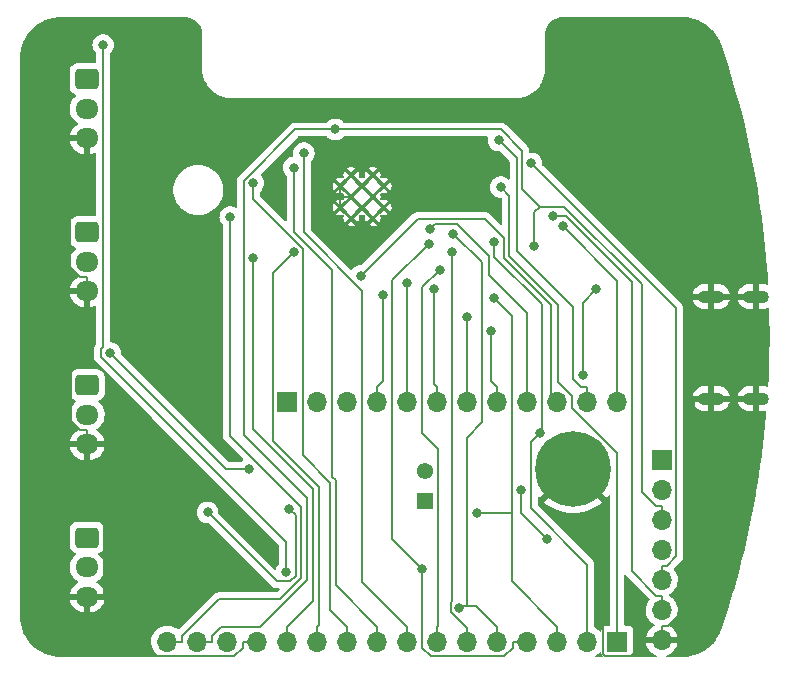
<source format=gbr>
%TF.GenerationSoftware,KiCad,Pcbnew,(6.0.0-0)*%
%TF.CreationDate,2022-01-22T21:55:43+01:00*%
%TF.ProjectId,GlowCore,476c6f77-436f-4726-952e-6b696361645f,rev?*%
%TF.SameCoordinates,Original*%
%TF.FileFunction,Copper,L2,Bot*%
%TF.FilePolarity,Positive*%
%FSLAX46Y46*%
G04 Gerber Fmt 4.6, Leading zero omitted, Abs format (unit mm)*
G04 Created by KiCad (PCBNEW (6.0.0-0)) date 2022-01-22 21:55:43*
%MOMM*%
%LPD*%
G01*
G04 APERTURE LIST*
G04 Aperture macros list*
%AMRoundRect*
0 Rectangle with rounded corners*
0 $1 Rounding radius*
0 $2 $3 $4 $5 $6 $7 $8 $9 X,Y pos of 4 corners*
0 Add a 4 corners polygon primitive as box body*
4,1,4,$2,$3,$4,$5,$6,$7,$8,$9,$2,$3,0*
0 Add four circle primitives for the rounded corners*
1,1,$1+$1,$2,$3*
1,1,$1+$1,$4,$5*
1,1,$1+$1,$6,$7*
1,1,$1+$1,$8,$9*
0 Add four rect primitives between the rounded corners*
20,1,$1+$1,$2,$3,$4,$5,0*
20,1,$1+$1,$4,$5,$6,$7,0*
20,1,$1+$1,$6,$7,$8,$9,0*
20,1,$1+$1,$8,$9,$2,$3,0*%
G04 Aperture macros list end*
%TA.AperFunction,ComponentPad*%
%ADD10C,0.300000*%
%TD*%
%TA.AperFunction,ComponentPad*%
%ADD11O,2.200000X1.100000*%
%TD*%
%TA.AperFunction,ComponentPad*%
%ADD12RoundRect,0.250000X-0.725000X0.600000X-0.725000X-0.600000X0.725000X-0.600000X0.725000X0.600000X0*%
%TD*%
%TA.AperFunction,ComponentPad*%
%ADD13O,1.950000X1.700000*%
%TD*%
%TA.AperFunction,ComponentPad*%
%ADD14R,1.700000X1.700000*%
%TD*%
%TA.AperFunction,ComponentPad*%
%ADD15O,1.700000X1.700000*%
%TD*%
%TA.AperFunction,ComponentPad*%
%ADD16C,6.400000*%
%TD*%
%TA.AperFunction,ComponentPad*%
%ADD17R,1.378000X1.378000*%
%TD*%
%TA.AperFunction,ComponentPad*%
%ADD18C,1.378000*%
%TD*%
%TA.AperFunction,ViaPad*%
%ADD19C,0.800000*%
%TD*%
%TA.AperFunction,Conductor*%
%ADD20C,0.160000*%
%TD*%
G04 APERTURE END LIST*
D10*
%TO.P,U7,39_21,GND*%
%TO.N,GND*%
X148017400Y-99156800D03*
%TO.P,U7,39_20,GND*%
X146182400Y-99156800D03*
%TO.P,U7,39_19,GND*%
X148934900Y-98239300D03*
%TO.P,U7,39_18,GND*%
X147099900Y-98239300D03*
%TO.P,U7,39_17,GND*%
X145264900Y-98239300D03*
%TO.P,U7,39_16,GND*%
X148017400Y-97321800D03*
%TO.P,U7,39_15,GND*%
X146182400Y-97321800D03*
%TO.P,U7,39_14,GND*%
X148934900Y-96404300D03*
%TO.P,U7,39_13,GND*%
X147099900Y-96404300D03*
%TO.P,U7,39_12,GND*%
X145264900Y-96404300D03*
%TO.P,U7,39_11,GND*%
X148017400Y-95486800D03*
%TO.P,U7,39_10,GND*%
X146182400Y-95486800D03*
%TD*%
D11*
%TO.P,J2,S1,SHIELD*%
%TO.N,GND*%
X180467000Y-114429000D03*
%TO.P,J2,S2,SHIELD*%
X180467000Y-105789000D03*
%TO.P,J2,S3,SHIELD*%
X176667000Y-114429000D03*
%TO.P,J2,S4,SHIELD*%
X176667000Y-105789000D03*
%TD*%
D12*
%TO.P,LED3,1,Pin_1*%
%TO.N,+5V*%
X123825000Y-100330000D03*
D13*
%TO.P,LED3,2,Pin_2*%
%TO.N,Net-(LED3-Pad2)*%
X123825000Y-102830000D03*
%TO.P,LED3,3,Pin_3*%
%TO.N,GND*%
X123825000Y-105330000D03*
%TD*%
D14*
%TO.P,JP2,1,1*%
%TO.N,IO21*%
X168710000Y-135001000D03*
D15*
%TO.P,JP2,2,2*%
%TO.N,IO17{slash}LED2*%
X166170000Y-135001000D03*
%TO.P,JP2,3,3*%
%TO.N,IO16{slash}LED1*%
X163630000Y-135001000D03*
%TO.P,JP2,4,4*%
%TO.N,IO19{slash}MISO{slash}LED4*%
X161090000Y-135001000D03*
%TO.P,JP2,5,5*%
%TO.N,IO18{slash}MOSI{slash}LED3*%
X158550000Y-135001000D03*
%TO.P,JP2,6,6*%
%TO.N,IO5{slash}SCK*%
X156010000Y-135001000D03*
%TO.P,JP2,7,7*%
%TO.N,IO4{slash}A5*%
X153470000Y-135001000D03*
%TO.P,JP2,8,8*%
%TO.N,IO36{slash}A4{slash}SENSOR_VP*%
X150930000Y-135001000D03*
%TO.P,JP2,9,9*%
%TO.N,I39{slash}A3{slash}SENSOR_VN*%
X148390000Y-135001000D03*
%TO.P,JP2,10,10*%
%TO.N,I34{slash}A2{slash}MIC*%
X145850000Y-135001000D03*
%TO.P,JP2,11,11*%
%TO.N,IO25{slash}A1{slash}DAC1*%
X143310000Y-135001000D03*
%TO.P,JP2,12,12*%
%TO.N,IO26{slash}A0{slash}DAC2*%
X140770000Y-135001000D03*
%TO.P,JP2,13,13*%
%TO.N,GND*%
X138230000Y-135001000D03*
%TO.P,JP2,14,14*%
%TO.N,unconnected-(JP2-Pad14)*%
X135690000Y-135001000D03*
%TO.P,JP2,15,15*%
%TO.N,+3V3*%
X133150000Y-135001000D03*
%TO.P,JP2,16,16*%
%TO.N,RESET*%
X130610000Y-135001000D03*
%TD*%
D12*
%TO.P,LED1,1,Pin_1*%
%TO.N,+5V*%
X123825000Y-126198000D03*
D13*
%TO.P,LED1,2,Pin_2*%
%TO.N,Net-(LED1-Pad2)*%
X123825000Y-128698000D03*
%TO.P,LED1,3,Pin_3*%
%TO.N,GND*%
X123825000Y-131198000D03*
%TD*%
D12*
%TO.P,LED4,1,Pin_1*%
%TO.N,+5V*%
X123825000Y-87376000D03*
D13*
%TO.P,LED4,2,Pin_2*%
%TO.N,Net-(LED4-Pad2)*%
X123825000Y-89876000D03*
%TO.P,LED4,3,Pin_3*%
%TO.N,GND*%
X123825000Y-92376000D03*
%TD*%
D16*
%TO.P,H2,1,1*%
%TO.N,GND*%
X164973000Y-120396000D03*
%TD*%
D12*
%TO.P,LED2,1,Pin_1*%
%TO.N,+5V*%
X123825000Y-113284000D03*
D13*
%TO.P,LED2,2,Pin_2*%
%TO.N,Net-(LED2-Pad2)*%
X123825000Y-115784000D03*
%TO.P,LED2,3,Pin_3*%
%TO.N,GND*%
X123825000Y-118284000D03*
%TD*%
D14*
%TO.P,JP1,1,1*%
%TO.N,unconnected-(JP1-Pad1)*%
X140770000Y-114681000D03*
D15*
%TO.P,JP1,2,2*%
%TO.N,EN*%
X143310000Y-114681000D03*
%TO.P,JP1,3,3*%
%TO.N,+5V*%
X145850000Y-114681000D03*
%TO.P,JP1,4,4*%
%TO.N,IO13*%
X148390000Y-114681000D03*
%TO.P,JP1,5,5*%
%TO.N,IO12*%
X150930000Y-114681000D03*
%TO.P,JP1,6,6*%
%TO.N,IO27*%
X153470000Y-114681000D03*
%TO.P,JP1,7,7*%
%TO.N,IO33*%
X156010000Y-114681000D03*
%TO.P,JP1,8,8*%
%TO.N,IO15*%
X158550000Y-114681000D03*
%TO.P,JP1,9,9*%
%TO.N,IO32*%
X161090000Y-114681000D03*
%TO.P,JP1,10,10*%
%TO.N,IO14*%
X163630000Y-114681000D03*
%TO.P,JP1,11,11*%
%TO.N,IO22{slash}SCL*%
X166170000Y-114681000D03*
%TO.P,JP1,12,12*%
%TO.N,IO23{slash}SDA*%
X168710000Y-114681000D03*
%TD*%
D14*
%TO.P,J1,1,Pin_1*%
%TO.N,RTS*%
X172466000Y-119634000D03*
D15*
%TO.P,J1,2,Pin_2*%
%TO.N,DTR*%
X172466000Y-122174000D03*
%TO.P,J1,3,Pin_3*%
%TO.N,+3V3*%
X172466000Y-124714000D03*
%TO.P,J1,4,Pin_4*%
%TO.N,+5V*%
X172466000Y-127254000D03*
%TO.P,J1,5,Pin_5*%
%TO.N,TXD0*%
X172466000Y-129794000D03*
%TO.P,J1,6,Pin_6*%
%TO.N,RXD0*%
X172466000Y-132334000D03*
%TO.P,J1,7,Pin_7*%
%TO.N,GND*%
X172466000Y-134874000D03*
%TD*%
D17*
%TO.P,MK1,1*%
%TO.N,Net-(C11-Pad2)*%
X152465000Y-123063000D03*
D18*
%TO.P,MK1,2*%
%TO.N,AGND*%
X152465000Y-120523000D03*
%TD*%
D19*
%TO.N,+3V3*%
X161671000Y-101522000D03*
X144839000Y-91646600D03*
%TO.N,IO22{slash}SCL*%
X158659000Y-92559400D03*
%TO.N,IO23{slash}SDA*%
X164109000Y-99833100D03*
%TO.N,IO19{slash}MISO{slash}LED4*%
X152200000Y-128844000D03*
X152767000Y-101310000D03*
%TO.N,IO33*%
X156010000Y-107494000D03*
%TO.N,IO18{slash}MOSI{slash}LED3*%
X155270000Y-132130000D03*
X154836000Y-100472000D03*
%TO.N,IO5{slash}SCK*%
X154707000Y-102042000D03*
%TO.N,IO27*%
X153183000Y-105169000D03*
%TO.N,AGND*%
X160543000Y-122198000D03*
X162748000Y-126279000D03*
%TO.N,IO12*%
X150930000Y-104636000D03*
%TO.N,IO13*%
X148883000Y-105631000D03*
%TO.N,IO4{slash}A5*%
X153659000Y-103540000D03*
%TO.N,RXD0*%
X163287000Y-98976000D03*
%TO.N,Net-(R9-Pad2)*%
X125185000Y-84488200D03*
X140689000Y-129096000D03*
%TO.N,Net-(R7-Pad2)*%
X137559000Y-120422000D03*
X125784000Y-110584000D03*
%TO.N,Net-(R6-Pad2)*%
X140957000Y-123754000D03*
X134032000Y-124070000D03*
%TO.N,RESET*%
X135940000Y-99047300D03*
%TO.N,IO36{slash}A4{slash}SENSOR_VP*%
X142172000Y-93631800D03*
%TO.N,TXD0*%
X161435000Y-94520700D03*
%TO.N,IO21*%
X158846000Y-96532300D03*
%TO.N,I39{slash}A3{slash}SENSOR_VN*%
X141303000Y-94876800D03*
%TO.N,IO16{slash}LED1*%
X156801000Y-124132000D03*
X158312000Y-105933000D03*
%TO.N,IO17{slash}LED2*%
X158311000Y-101178000D03*
X162172000Y-117336000D03*
%TO.N,IO25{slash}A1{slash}DAC1*%
X141312000Y-102060000D03*
%TO.N,EN*%
X165765000Y-112437000D03*
X166924000Y-105141000D03*
%TO.N,IO26{slash}A0{slash}DAC2*%
X137892000Y-102522000D03*
%TO.N,I34{slash}A2{slash}MIC*%
X137898000Y-96171800D03*
%TO.N,IO15*%
X158041000Y-108712000D03*
%TO.N,IO32*%
X152823000Y-100108000D03*
%TO.N,IO14*%
X146976000Y-104065000D03*
%TD*%
D20*
%TO.N,GND*%
X145265000Y-96404300D02*
X145265000Y-97321800D01*
X122442000Y-107943000D02*
X122442000Y-116286000D01*
X122442000Y-116286000D02*
X123210000Y-117054000D01*
X125238000Y-120927000D02*
X123825000Y-119514000D01*
X125238000Y-131198000D02*
X125238000Y-120927000D01*
X167480000Y-136064000D02*
X167480000Y-122903000D01*
X137000000Y-135001000D02*
X138230000Y-135001000D01*
X175187000Y-114429000D02*
X175187000Y-131433000D01*
X123825000Y-119514000D02*
X123825000Y-118284000D01*
X145265000Y-97321800D02*
X145265000Y-98239300D01*
X122407000Y-103317000D02*
X122407000Y-95024100D01*
X123825000Y-131198000D02*
X125238000Y-131198000D01*
X172466000Y-134874000D02*
X171236000Y-134874000D01*
X171236000Y-134874000D02*
X169878000Y-136231000D01*
X123825000Y-106560000D02*
X122442000Y-107943000D01*
X167480000Y-122903000D02*
X164973000Y-120396000D01*
X176667000Y-114429000D02*
X175187000Y-114429000D01*
X123825000Y-105330000D02*
X123825000Y-104100000D01*
X176667000Y-114429000D02*
X180467000Y-114429000D01*
X122407000Y-95024100D02*
X123825000Y-93606300D01*
X123210000Y-117054000D02*
X123825000Y-117054000D01*
X167646000Y-136231000D02*
X167480000Y-136064000D01*
X126097000Y-132855000D02*
X129505000Y-136263000D01*
X137000000Y-135511000D02*
X137000000Y-135001000D01*
X175187000Y-131433000D02*
X172976000Y-133644000D01*
X145264900Y-98239300D02*
X145265000Y-98239300D01*
X125238000Y-131198000D02*
X126097000Y-131198000D01*
X129505000Y-136263000D02*
X136248000Y-136263000D01*
X123825000Y-93606300D02*
X123825000Y-92376000D01*
X123825000Y-104100000D02*
X123190000Y-104100000D01*
X172466000Y-133644000D02*
X172466000Y-134874000D01*
X126097000Y-131198000D02*
X126097000Y-132855000D01*
X123825000Y-117054000D02*
X123825000Y-118284000D01*
X169878000Y-136231000D02*
X167646000Y-136231000D01*
X123825000Y-105330000D02*
X123825000Y-106560000D01*
X172976000Y-133644000D02*
X172466000Y-133644000D01*
X123190000Y-104100000D02*
X122407000Y-103317000D01*
X146182000Y-97321800D02*
X145265000Y-97321800D01*
X180467000Y-105789000D02*
X176667000Y-105789000D01*
X136248000Y-136263000D02*
X137000000Y-135511000D01*
%TO.N,+3V3*%
X162131000Y-98175200D02*
X161671000Y-98635500D01*
X135149000Y-133771000D02*
X134380000Y-134540000D01*
X162131000Y-98175200D02*
X160651000Y-96694600D01*
X160651000Y-93445400D02*
X158852000Y-91646600D01*
X142427000Y-129793000D02*
X138450000Y-133771000D01*
X138450000Y-133771000D02*
X135149000Y-133771000D01*
X164206000Y-98175200D02*
X170775000Y-104745000D01*
X134380000Y-135001000D02*
X133150000Y-135001000D01*
X170775000Y-122303000D02*
X171956000Y-123484000D01*
X172466000Y-123484000D02*
X172466000Y-124714000D01*
X170775000Y-104745000D02*
X170775000Y-122303000D01*
X158852000Y-91646600D02*
X144839000Y-91646600D01*
X141449000Y-91646600D02*
X137090000Y-96006200D01*
X137090000Y-96006200D02*
X137090000Y-117537000D01*
X160651000Y-96694600D02*
X160651000Y-93445400D01*
X137090000Y-117537000D02*
X142427000Y-122875000D01*
X161671000Y-98635500D02*
X161671000Y-101522000D01*
X144839000Y-91646600D02*
X141449000Y-91646600D01*
X142427000Y-122875000D02*
X142427000Y-129793000D01*
X162131000Y-98175200D02*
X164206000Y-98175200D01*
X134380000Y-134540000D02*
X134380000Y-135001000D01*
X171956000Y-123484000D02*
X172466000Y-123484000D01*
%TO.N,IO22{slash}SCL*%
X160190000Y-101967000D02*
X160190000Y-94090300D01*
X166170000Y-114681000D02*
X166170000Y-113451000D01*
X164940000Y-106717000D02*
X160190000Y-101967000D01*
X165632000Y-113451000D02*
X164940000Y-112759000D01*
X166170000Y-113451000D02*
X165632000Y-113451000D01*
X164940000Y-112759000D02*
X164940000Y-106717000D01*
X160190000Y-94090300D02*
X158659000Y-92559400D01*
%TO.N,IO23{slash}SDA*%
X164109000Y-99833100D02*
X168710000Y-104434000D01*
X168710000Y-104434000D02*
X168710000Y-114681000D01*
%TO.N,IO19{slash}MISO{slash}LED4*%
X152200000Y-135538000D02*
X152922000Y-136260000D01*
X159860000Y-135511000D02*
X159860000Y-135001000D01*
X152200000Y-128844000D02*
X149663000Y-126307000D01*
X149663000Y-104414000D02*
X152767000Y-101310000D01*
X152200000Y-128844000D02*
X152200000Y-135538000D01*
X152922000Y-136260000D02*
X159110000Y-136260000D01*
X159110000Y-136260000D02*
X159860000Y-135511000D01*
X159860000Y-135001000D02*
X161090000Y-135001000D01*
X149663000Y-126307000D02*
X149663000Y-104414000D01*
%TO.N,IO33*%
X156010000Y-114681000D02*
X156010000Y-107494000D01*
%TO.N,IO18{slash}MOSI{slash}LED3*%
X157261000Y-116450000D02*
X155971000Y-117740000D01*
X155270000Y-132130000D02*
X155399000Y-132000000D01*
X157261000Y-102896000D02*
X157261000Y-116450000D01*
X154836000Y-100472000D02*
X157261000Y-102896000D01*
X158550000Y-133771000D02*
X158550000Y-135001000D01*
X155971000Y-117740000D02*
X155971000Y-132000000D01*
X155399000Y-132000000D02*
X155971000Y-132000000D01*
X155971000Y-132000000D02*
X156780000Y-132000000D01*
X156780000Y-132000000D02*
X158550000Y-133771000D01*
%TO.N,IO5{slash}SCK*%
X155908000Y-133771000D02*
X154598000Y-132460000D01*
X154707000Y-131589000D02*
X154707000Y-102042000D01*
X154598000Y-131698000D02*
X154707000Y-131589000D01*
X156010000Y-135001000D02*
X156010000Y-133771000D01*
X156010000Y-133771000D02*
X155908000Y-133771000D01*
X154598000Y-132460000D02*
X154598000Y-131698000D01*
%TO.N,IO27*%
X153470000Y-114681000D02*
X153470000Y-113451000D01*
X153183000Y-113163000D02*
X153183000Y-105169000D01*
X153470000Y-113451000D02*
X153183000Y-113163000D01*
%TO.N,AGND*%
X160543000Y-122198000D02*
X160543000Y-124075000D01*
X160543000Y-124075000D02*
X162748000Y-126279000D01*
%TO.N,IO12*%
X150930000Y-114681000D02*
X150930000Y-104636000D01*
%TO.N,IO13*%
X148883000Y-112958000D02*
X148883000Y-105631000D01*
X148390000Y-113451000D02*
X148883000Y-112958000D01*
X148390000Y-114681000D02*
X148390000Y-113451000D01*
%TO.N,IO4{slash}A5*%
X153470000Y-135001000D02*
X153470000Y-133771000D01*
X153470000Y-133771000D02*
X153543000Y-133698000D01*
X152200000Y-105000000D02*
X153659000Y-103540000D01*
X153543000Y-118693000D02*
X152200000Y-117350000D01*
X152200000Y-117350000D02*
X152200000Y-105000000D01*
X153543000Y-133698000D02*
X153543000Y-118693000D01*
%TO.N,RXD0*%
X169948000Y-104568000D02*
X164356000Y-98976000D01*
X172466000Y-132334000D02*
X172466000Y-131104000D01*
X172005000Y-131104000D02*
X169948000Y-129047000D01*
X169948000Y-129047000D02*
X169948000Y-104568000D01*
X164356000Y-98976000D02*
X163287000Y-98976000D01*
X172466000Y-131104000D02*
X172005000Y-131104000D01*
%TO.N,Net-(R9-Pad2)*%
X125185000Y-110078000D02*
X125003000Y-110260000D01*
X125185000Y-84488200D02*
X125185000Y-110078000D01*
X140689000Y-126592000D02*
X140689000Y-129096000D01*
X125003000Y-110907000D02*
X140689000Y-126592000D01*
X125003000Y-110260000D02*
X125003000Y-110907000D01*
%TO.N,Net-(R7-Pad2)*%
X135622000Y-120422000D02*
X137559000Y-120422000D01*
X125784000Y-110584000D02*
X135622000Y-120422000D01*
%TO.N,Net-(R6-Pad2)*%
X139862000Y-129900000D02*
X140999000Y-129900000D01*
X141470000Y-129429000D02*
X141470000Y-124266000D01*
X134032000Y-124070000D02*
X139862000Y-129900000D01*
X140999000Y-129900000D02*
X141470000Y-129429000D01*
X141470000Y-124266000D02*
X140957000Y-123754000D01*
%TO.N,RESET*%
X131840000Y-135001000D02*
X130610000Y-135001000D01*
X140139000Y-131430000D02*
X134950000Y-131430000D01*
X131840000Y-134540000D02*
X131840000Y-135001000D01*
X135940000Y-117599000D02*
X141949000Y-123609000D01*
X141949000Y-129620000D02*
X140139000Y-131430000D01*
X141949000Y-123609000D02*
X141949000Y-129620000D01*
X135940000Y-99047300D02*
X135940000Y-117599000D01*
X134950000Y-131430000D02*
X131840000Y-134540000D01*
%TO.N,IO36{slash}A4{slash}SENSOR_VP*%
X147120000Y-129961000D02*
X150930000Y-133771000D01*
X142172000Y-93631800D02*
X142172000Y-100364000D01*
X147120000Y-105313000D02*
X147120000Y-129961000D01*
X150930000Y-133771000D02*
X150930000Y-135001000D01*
X142172000Y-100364000D02*
X147120000Y-105313000D01*
%TO.N,TXD0*%
X173696000Y-106782000D02*
X161435000Y-94520700D01*
X172927000Y-128564000D02*
X173696000Y-127795000D01*
X173696000Y-127795000D02*
X173696000Y-106782000D01*
X172466000Y-129794000D02*
X172466000Y-128564000D01*
X172466000Y-128564000D02*
X172927000Y-128564000D01*
%TO.N,IO21*%
X163710000Y-106501000D02*
X159574000Y-102365000D01*
X159574000Y-97260000D02*
X158846000Y-96532300D01*
X163710000Y-113006000D02*
X163710000Y-106501000D01*
X168710000Y-135001000D02*
X168710000Y-119048000D01*
X164900000Y-114197000D02*
X163710000Y-113006000D01*
X168710000Y-119048000D02*
X164900000Y-115238000D01*
X159574000Y-102365000D02*
X159574000Y-97260000D01*
X164900000Y-115238000D02*
X164900000Y-114197000D01*
%TO.N,I39{slash}A3{slash}SENSOR_VN*%
X148390000Y-133771000D02*
X144856000Y-130237000D01*
X144856000Y-130237000D02*
X144856000Y-121348000D01*
X144856000Y-121348000D02*
X144580000Y-121072000D01*
X141303000Y-100296000D02*
X141303000Y-94876800D01*
X148390000Y-135001000D02*
X148390000Y-133771000D01*
X144580000Y-121072000D02*
X144580000Y-103573000D01*
X144580000Y-103573000D02*
X141303000Y-100296000D01*
%TO.N,IO16{slash}LED1*%
X159820000Y-107441000D02*
X158312000Y-105933000D01*
X163630000Y-133771000D02*
X163630000Y-135001000D01*
X159763000Y-121875000D02*
X159820000Y-121818000D01*
X159763000Y-124132000D02*
X159763000Y-129904000D01*
X159820000Y-121818000D02*
X159820000Y-107441000D01*
X159763000Y-129904000D02*
X163630000Y-133771000D01*
X156801000Y-124132000D02*
X159763000Y-124132000D01*
X159763000Y-124132000D02*
X159763000Y-121875000D01*
%TO.N,IO17{slash}LED2*%
X166170000Y-135001000D02*
X166170000Y-128486000D01*
X162360000Y-106454000D02*
X158311000Y-102405000D01*
X162360000Y-117148000D02*
X162360000Y-106454000D01*
X166170000Y-128486000D02*
X161382000Y-123697000D01*
X158311000Y-102405000D02*
X158311000Y-101178000D01*
X162172000Y-117336000D02*
X162360000Y-117148000D01*
X161382000Y-123697000D02*
X161382000Y-118126000D01*
X161382000Y-118126000D02*
X162172000Y-117336000D01*
%TO.N,IO25{slash}A1{slash}DAC1*%
X139540000Y-103833000D02*
X141312000Y-102060000D01*
X143468000Y-133612000D02*
X143468000Y-121911000D01*
X143310000Y-133771000D02*
X143468000Y-133612000D01*
X143310000Y-135001000D02*
X143310000Y-133771000D01*
X143468000Y-121911000D02*
X139540000Y-117982000D01*
X139540000Y-117982000D02*
X139540000Y-103833000D01*
%TO.N,EN*%
X166924000Y-105141000D02*
X165765000Y-106300000D01*
X165765000Y-106300000D02*
X165765000Y-112437000D01*
%TO.N,IO26{slash}A0{slash}DAC2*%
X142938000Y-131603000D02*
X142938000Y-122084000D01*
X142938000Y-122084000D02*
X137892000Y-117038000D01*
X140770000Y-133771000D02*
X142938000Y-131603000D01*
X137892000Y-117038000D02*
X137892000Y-102522000D01*
X140770000Y-135001000D02*
X140770000Y-133771000D01*
%TO.N,I34{slash}A2{slash}MIC*%
X142119000Y-101762000D02*
X137898000Y-97541800D01*
X145850000Y-135001000D02*
X145850000Y-133771000D01*
X144396000Y-132316000D02*
X144396000Y-121539000D01*
X142068000Y-102561000D02*
X142119000Y-102510000D01*
X142068000Y-119212000D02*
X142068000Y-102561000D01*
X144396000Y-121539000D02*
X142068000Y-119212000D01*
X142119000Y-102510000D02*
X142119000Y-101762000D01*
X137898000Y-97541800D02*
X137898000Y-96171800D01*
X145850000Y-133771000D02*
X144396000Y-132316000D01*
%TO.N,IO15*%
X158550000Y-113451000D02*
X158041000Y-112942000D01*
X158041000Y-112942000D02*
X158041000Y-108712000D01*
X158550000Y-114681000D02*
X158550000Y-113451000D01*
%TO.N,IO32*%
X161090000Y-114681000D02*
X161090000Y-107182000D01*
X153245000Y-99687000D02*
X152823000Y-100108000D01*
X155178000Y-99687000D02*
X153245000Y-99687000D01*
X161090000Y-107182000D02*
X157851000Y-103943000D01*
X157851000Y-102360000D02*
X155178000Y-99687000D01*
X157851000Y-103943000D02*
X157851000Y-102360000D01*
%TO.N,IO14*%
X157499000Y-99226600D02*
X151814000Y-99226600D01*
X151814000Y-99226600D02*
X146976000Y-104065000D01*
X163630000Y-114681000D02*
X163095000Y-114146000D01*
X159113000Y-102556000D02*
X159113000Y-100841000D01*
X163095000Y-114146000D02*
X163095000Y-106538000D01*
X163095000Y-106538000D02*
X159113000Y-102556000D01*
X159113000Y-100841000D02*
X157499000Y-99226600D01*
%TD*%
%TA.AperFunction,Conductor*%
%TO.N,GND*%
G36*
X132048465Y-82131623D02*
G01*
X132052101Y-82132189D01*
X132070166Y-82135002D01*
X132070167Y-82135002D01*
X132075729Y-82135868D01*
X132095668Y-82133261D01*
X132111540Y-82132795D01*
X132228310Y-82141146D01*
X132288696Y-82145465D01*
X132299853Y-82147069D01*
X132496826Y-82189918D01*
X132507641Y-82193094D01*
X132696505Y-82263537D01*
X132706757Y-82268219D01*
X132883674Y-82364822D01*
X132893157Y-82370916D01*
X133054534Y-82491721D01*
X133063052Y-82499103D01*
X133205578Y-82641629D01*
X133212960Y-82650147D01*
X133333765Y-82811524D01*
X133339859Y-82821007D01*
X133436462Y-82997924D01*
X133441144Y-83008176D01*
X133511587Y-83197040D01*
X133514763Y-83207855D01*
X133557612Y-83404828D01*
X133559216Y-83415985D01*
X133571420Y-83586625D01*
X133570681Y-83604413D01*
X133568813Y-83616412D01*
X133571273Y-83635221D01*
X133573332Y-83650968D01*
X133573999Y-83661212D01*
X133573999Y-86446722D01*
X133572904Y-86459828D01*
X133568928Y-86483462D01*
X133568775Y-86496001D01*
X133569207Y-86499016D01*
X133569207Y-86499019D01*
X133569425Y-86500539D01*
X133570078Y-86506965D01*
X133576984Y-86621139D01*
X133587734Y-86798859D01*
X133642426Y-87097302D01*
X133732692Y-87386976D01*
X133733670Y-87389149D01*
X133839179Y-87623580D01*
X133857216Y-87663657D01*
X133858444Y-87665689D01*
X133858447Y-87665694D01*
X133962127Y-87837202D01*
X134014183Y-87923312D01*
X134015649Y-87925183D01*
X134015653Y-87925189D01*
X134093352Y-88024364D01*
X134201303Y-88162153D01*
X134415847Y-88376697D01*
X134417726Y-88378169D01*
X134417727Y-88378170D01*
X134652811Y-88562347D01*
X134652817Y-88562351D01*
X134654688Y-88563817D01*
X134677670Y-88577710D01*
X134912306Y-88719553D01*
X134912311Y-88719556D01*
X134914343Y-88720784D01*
X134916509Y-88721759D01*
X134916515Y-88721762D01*
X135120218Y-88813441D01*
X135191024Y-88845308D01*
X135193292Y-88846015D01*
X135193298Y-88846017D01*
X135307490Y-88881600D01*
X135480698Y-88935574D01*
X135605074Y-88958367D01*
X135776793Y-88989836D01*
X135776798Y-88989837D01*
X135779141Y-88990266D01*
X136053708Y-89006873D01*
X136062047Y-89007825D01*
X136066449Y-89008566D01*
X136066458Y-89008567D01*
X136069460Y-89009072D01*
X136075364Y-89009144D01*
X136078947Y-89009188D01*
X136078950Y-89009188D01*
X136081999Y-89009225D01*
X136112904Y-89004799D01*
X136124104Y-89004001D01*
X160032720Y-89004001D01*
X160045827Y-89005096D01*
X160066450Y-89008566D01*
X160066455Y-89008566D01*
X160069460Y-89009072D01*
X160075729Y-89009148D01*
X160078948Y-89009188D01*
X160078951Y-89009188D01*
X160081999Y-89009225D01*
X160085014Y-89008793D01*
X160085017Y-89008793D01*
X160086537Y-89008575D01*
X160092963Y-89007922D01*
X160312834Y-88994622D01*
X160384857Y-88990266D01*
X160387200Y-88989837D01*
X160387205Y-88989836D01*
X160558924Y-88958367D01*
X160683300Y-88935574D01*
X160856508Y-88881600D01*
X160970700Y-88846017D01*
X160970706Y-88846015D01*
X160972974Y-88845308D01*
X161043780Y-88813441D01*
X161247483Y-88721762D01*
X161247489Y-88721759D01*
X161249655Y-88720784D01*
X161251687Y-88719556D01*
X161251692Y-88719553D01*
X161486328Y-88577710D01*
X161509310Y-88563817D01*
X161511181Y-88562351D01*
X161511187Y-88562347D01*
X161746271Y-88378170D01*
X161746272Y-88378169D01*
X161748151Y-88376697D01*
X161962695Y-88162153D01*
X162070646Y-88024364D01*
X162148345Y-87925189D01*
X162148349Y-87925183D01*
X162149815Y-87923312D01*
X162201871Y-87837202D01*
X162305551Y-87665694D01*
X162305554Y-87665689D01*
X162306782Y-87663657D01*
X162324820Y-87623580D01*
X162430328Y-87389149D01*
X162431306Y-87386976D01*
X162521572Y-87097302D01*
X162576264Y-86798859D01*
X162592871Y-86524292D01*
X162593823Y-86515953D01*
X162594564Y-86511551D01*
X162594565Y-86511542D01*
X162595070Y-86508540D01*
X162595142Y-86502636D01*
X162595186Y-86499053D01*
X162595186Y-86499050D01*
X162595223Y-86496001D01*
X162590797Y-86465096D01*
X162589999Y-86453896D01*
X162589999Y-83668369D01*
X162590940Y-83656215D01*
X162594319Y-83634515D01*
X162594319Y-83634514D01*
X162595185Y-83628952D01*
X162592578Y-83609013D01*
X162592112Y-83593138D01*
X162604782Y-83415985D01*
X162606386Y-83404828D01*
X162649235Y-83207855D01*
X162652411Y-83197040D01*
X162722854Y-83008176D01*
X162727536Y-82997924D01*
X162824139Y-82821007D01*
X162830233Y-82811524D01*
X162951038Y-82650147D01*
X162958420Y-82641629D01*
X163100946Y-82499103D01*
X163109464Y-82491721D01*
X163270841Y-82370916D01*
X163280324Y-82364822D01*
X163457241Y-82268219D01*
X163467493Y-82263537D01*
X163656357Y-82193094D01*
X163667172Y-82189918D01*
X163864145Y-82147069D01*
X163875302Y-82145465D01*
X163958582Y-82139509D01*
X164045943Y-82133261D01*
X164063730Y-82134000D01*
X164065507Y-82134277D01*
X164070171Y-82135003D01*
X164070173Y-82135003D01*
X164075729Y-82135868D01*
X164110288Y-82131349D01*
X164120529Y-82130682D01*
X174173338Y-82130682D01*
X174185491Y-82131623D01*
X174189127Y-82132189D01*
X174207192Y-82135002D01*
X174207193Y-82135002D01*
X174212755Y-82135868D01*
X174227466Y-82133944D01*
X174236476Y-82132766D01*
X174250498Y-82132189D01*
X174447575Y-82141625D01*
X174548885Y-82146476D01*
X174556403Y-82147198D01*
X174655553Y-82161528D01*
X174879507Y-82193895D01*
X174886926Y-82195333D01*
X175204072Y-82272683D01*
X175211319Y-82274822D01*
X175519645Y-82382126D01*
X175526655Y-82384949D01*
X175823292Y-82521209D01*
X175830000Y-82524687D01*
X176112292Y-82688682D01*
X176118626Y-82692779D01*
X176383962Y-82882999D01*
X176389868Y-82887676D01*
X176635805Y-83102367D01*
X176641253Y-83107603D01*
X176715497Y-83186119D01*
X176865555Y-83344811D01*
X176870456Y-83350517D01*
X177071077Y-83608082D01*
X177075420Y-83614244D01*
X177250514Y-83889798D01*
X177254256Y-83896363D01*
X177402204Y-84187349D01*
X177405303Y-84194241D01*
X177512138Y-84465906D01*
X177516448Y-84481266D01*
X177519239Y-84497295D01*
X177530224Y-84519641D01*
X177533281Y-84525861D01*
X177537473Y-84536164D01*
X178047157Y-86095328D01*
X178047649Y-86096890D01*
X178533558Y-87700845D01*
X178534015Y-87702413D01*
X178941275Y-89160520D01*
X178984848Y-89316522D01*
X178985287Y-89318161D01*
X179229149Y-90270905D01*
X179400849Y-90941722D01*
X179401257Y-90943394D01*
X179781320Y-92575513D01*
X179781693Y-92577194D01*
X180126131Y-94217318D01*
X180126466Y-94219006D01*
X180214124Y-94686872D01*
X180434049Y-95860698D01*
X180435080Y-95866202D01*
X180435372Y-95867862D01*
X180582795Y-96761930D01*
X180708021Y-97521380D01*
X180708283Y-97523082D01*
X180729556Y-97672275D01*
X180943771Y-99174633D01*
X180944847Y-99182182D01*
X180945065Y-99183844D01*
X181024453Y-99843110D01*
X181145420Y-100847666D01*
X181145608Y-100849377D01*
X181209803Y-101501976D01*
X181304454Y-102464187D01*
X181309674Y-102517255D01*
X181309819Y-102518926D01*
X181436279Y-104173918D01*
X181437499Y-104189885D01*
X181437609Y-104191561D01*
X181451796Y-104451729D01*
X181465833Y-104709171D01*
X181450142Y-104760882D01*
X181404884Y-104790410D01*
X181363063Y-104788774D01*
X181241716Y-104750281D01*
X181234200Y-104748683D01*
X181078742Y-104731246D01*
X181074347Y-104731000D01*
X180734930Y-104731000D01*
X180724259Y-104734884D01*
X180721000Y-104740528D01*
X180721000Y-106833070D01*
X180724884Y-106843741D01*
X180730528Y-106847000D01*
X181067270Y-106847000D01*
X181071134Y-106846811D01*
X181219652Y-106832249D01*
X181227190Y-106830756D01*
X181418427Y-106773018D01*
X181425531Y-106770090D01*
X181444293Y-106760114D01*
X181497806Y-106752593D01*
X181543634Y-106781230D01*
X181560339Y-106827284D01*
X181579907Y-107425764D01*
X181583697Y-107541689D01*
X181583733Y-107543375D01*
X181600514Y-109083556D01*
X181601991Y-109219136D01*
X181601991Y-109220823D01*
X181583734Y-110896585D01*
X181583698Y-110898273D01*
X181544959Y-112083106D01*
X181528932Y-112573286D01*
X181528857Y-112575005D01*
X181523049Y-112681513D01*
X181486088Y-113359373D01*
X181485829Y-113364116D01*
X181464609Y-113413815D01*
X181416408Y-113438246D01*
X181383059Y-113435117D01*
X181241716Y-113390281D01*
X181234200Y-113388683D01*
X181078742Y-113371246D01*
X181074347Y-113371000D01*
X180734930Y-113371000D01*
X180724259Y-113374884D01*
X180721000Y-113380528D01*
X180721000Y-115473070D01*
X180724884Y-115483741D01*
X180730528Y-115487000D01*
X181067270Y-115487000D01*
X181071134Y-115486811D01*
X181219650Y-115472249D01*
X181227194Y-115470755D01*
X181236604Y-115467914D01*
X181290559Y-115470931D01*
X181329952Y-115507923D01*
X181338207Y-115549559D01*
X181309957Y-115919269D01*
X181309823Y-115921025D01*
X181309683Y-115922639D01*
X181237673Y-116654698D01*
X181145608Y-117590618D01*
X181145420Y-117592329D01*
X181066274Y-118249591D01*
X180953105Y-119189399D01*
X180945072Y-119256107D01*
X180944854Y-119257770D01*
X180815097Y-120167796D01*
X180708284Y-120916912D01*
X180708022Y-120918614D01*
X180619562Y-121455090D01*
X180486233Y-122263684D01*
X180435378Y-122572098D01*
X180435086Y-122573760D01*
X180276434Y-123420553D01*
X180126467Y-124220989D01*
X180126132Y-124222677D01*
X179781694Y-125862801D01*
X179781321Y-125864482D01*
X179401257Y-127496601D01*
X179400849Y-127498273D01*
X179288938Y-127935500D01*
X178994330Y-129086509D01*
X178985294Y-129121810D01*
X178984855Y-129123450D01*
X178550161Y-130679780D01*
X178534028Y-130737539D01*
X178533559Y-130739150D01*
X178047658Y-132343079D01*
X178047158Y-132344667D01*
X177550307Y-133864575D01*
X177539693Y-133897044D01*
X177534632Y-133909061D01*
X177523266Y-133930824D01*
X177522165Y-133936345D01*
X177522164Y-133936348D01*
X177518587Y-133954289D01*
X177514632Y-133967750D01*
X177486147Y-134040183D01*
X177405304Y-134245754D01*
X177402205Y-134252646D01*
X177254257Y-134543632D01*
X177250515Y-134550197D01*
X177075421Y-134825751D01*
X177071078Y-134831913D01*
X176870457Y-135089478D01*
X176865556Y-135095184D01*
X176778283Y-135187479D01*
X176641254Y-135332392D01*
X176635806Y-135337628D01*
X176554460Y-135408639D01*
X176466545Y-135485385D01*
X176389869Y-135552319D01*
X176383963Y-135556996D01*
X176118627Y-135747216D01*
X176112293Y-135751313D01*
X176014300Y-135808241D01*
X175861509Y-135897004D01*
X175830001Y-135915308D01*
X175823294Y-135918785D01*
X175697328Y-135976648D01*
X175526656Y-136055046D01*
X175519646Y-136057869D01*
X175211320Y-136165173D01*
X175204073Y-136167312D01*
X174886927Y-136244662D01*
X174879508Y-136246100D01*
X174655554Y-136278467D01*
X174556404Y-136292797D01*
X174548886Y-136293519D01*
X174257298Y-136307481D01*
X174241372Y-136306630D01*
X174225296Y-136304127D01*
X174190737Y-136308646D01*
X174180496Y-136309313D01*
X172946111Y-136309313D01*
X172895331Y-136290831D01*
X172868311Y-136244031D01*
X172877695Y-136190813D01*
X172923410Y-136154645D01*
X172960097Y-136143638D01*
X172966110Y-136141282D01*
X173160827Y-136045891D01*
X173166376Y-136042583D01*
X173342898Y-135916672D01*
X173347828Y-135912506D01*
X173501414Y-135759454D01*
X173505606Y-135754528D01*
X173632132Y-135578449D01*
X173635458Y-135572913D01*
X173731526Y-135378536D01*
X173733907Y-135372521D01*
X173796937Y-135165067D01*
X173798303Y-135158746D01*
X173800533Y-135141809D01*
X173798076Y-135130725D01*
X173794525Y-135128000D01*
X171145040Y-135128000D01*
X171134369Y-135131884D01*
X171132811Y-135134583D01*
X171132836Y-135135659D01*
X171164989Y-135278329D01*
X171166919Y-135284489D01*
X171248494Y-135485385D01*
X171251407Y-135491153D01*
X171364699Y-135676028D01*
X171368515Y-135681241D01*
X171510479Y-135845129D01*
X171515093Y-135849648D01*
X171681922Y-135988152D01*
X171687214Y-135991857D01*
X171874418Y-136101250D01*
X171880247Y-136104043D01*
X172017649Y-136156511D01*
X172058495Y-136191892D01*
X172067042Y-136245251D01*
X172039291Y-136291620D01*
X171989467Y-136309313D01*
X170193009Y-136309314D01*
X170009954Y-136309314D01*
X169959174Y-136290832D01*
X169932154Y-136244032D01*
X169941538Y-136190814D01*
X169946738Y-136182936D01*
X170007238Y-136102211D01*
X170010615Y-136097705D01*
X170061745Y-135961316D01*
X170068500Y-135899134D01*
X170068500Y-134102866D01*
X170061745Y-134040684D01*
X170010615Y-133904295D01*
X169923261Y-133787739D01*
X169806705Y-133700385D01*
X169670316Y-133649255D01*
X169665396Y-133648721D01*
X169665394Y-133648720D01*
X169610251Y-133642730D01*
X169608134Y-133642500D01*
X169377500Y-133642500D01*
X169326720Y-133624018D01*
X169299700Y-133577218D01*
X169298500Y-133563500D01*
X169298500Y-129399999D01*
X169316982Y-129349219D01*
X169363782Y-129322199D01*
X169417000Y-129331583D01*
X169440175Y-129351907D01*
X169487422Y-129413480D01*
X169528277Y-129466723D01*
X169532382Y-129469873D01*
X169555036Y-129487256D01*
X169562805Y-129494070D01*
X171419574Y-131350839D01*
X171442412Y-131399815D01*
X171428426Y-131452013D01*
X171420828Y-131461279D01*
X171406629Y-131476138D01*
X171404809Y-131478806D01*
X171404805Y-131478811D01*
X171282568Y-131658004D01*
X171280743Y-131660680D01*
X171186688Y-131863305D01*
X171185821Y-131866430D01*
X171185821Y-131866431D01*
X171135882Y-132046505D01*
X171126989Y-132078570D01*
X171126645Y-132081793D01*
X171126644Y-132081796D01*
X171123821Y-132108215D01*
X171103251Y-132300695D01*
X171103437Y-132303922D01*
X171103437Y-132303925D01*
X171115576Y-132514449D01*
X171116110Y-132523715D01*
X171116823Y-132526878D01*
X171148389Y-132666944D01*
X171165222Y-132741639D01*
X171166441Y-132744641D01*
X171235999Y-132915942D01*
X171249266Y-132948616D01*
X171365987Y-133139088D01*
X171418431Y-133199631D01*
X171510127Y-133305488D01*
X171510132Y-133305493D01*
X171512250Y-133307938D01*
X171514741Y-133310006D01*
X171514742Y-133310007D01*
X171535922Y-133327591D01*
X171684126Y-133450632D01*
X171776988Y-133504896D01*
X171831464Y-133536729D01*
X171865983Y-133578306D01*
X171865700Y-133632345D01*
X171828085Y-133675011D01*
X171742752Y-133719433D01*
X171737278Y-133722880D01*
X171563898Y-133853058D01*
X171559052Y-133857360D01*
X171409256Y-134014113D01*
X171405196Y-134019126D01*
X171283004Y-134198252D01*
X171279816Y-134203865D01*
X171188524Y-134400538D01*
X171186292Y-134406604D01*
X171129826Y-134610211D01*
X171131548Y-134617173D01*
X171135424Y-134620000D01*
X173788529Y-134620000D01*
X173799200Y-134616116D01*
X173800498Y-134613868D01*
X173800428Y-134611916D01*
X173756743Y-134438002D01*
X173754665Y-134431895D01*
X173668205Y-134233051D01*
X173665150Y-134227354D01*
X173547380Y-134045308D01*
X173543433Y-134040183D01*
X173397513Y-133879819D01*
X173392777Y-133875403D01*
X173222631Y-133741031D01*
X173217240Y-133737448D01*
X173101868Y-133673760D01*
X173066344Y-133633038D01*
X173065306Y-133579009D01*
X173099241Y-133536953D01*
X173105292Y-133533654D01*
X173161084Y-133506322D01*
X173161088Y-133506320D01*
X173163994Y-133504896D01*
X173166630Y-133503016D01*
X173166633Y-133503014D01*
X173343222Y-133377055D01*
X173343225Y-133377053D01*
X173345860Y-133375173D01*
X173504096Y-133217489D01*
X173634453Y-133036077D01*
X173733430Y-132835811D01*
X173798370Y-132622069D01*
X173799742Y-132611654D01*
X173827254Y-132402678D01*
X173827529Y-132400590D01*
X173828915Y-132343890D01*
X173829105Y-132336105D01*
X173829105Y-132336097D01*
X173829156Y-132334000D01*
X173826684Y-132303925D01*
X173811118Y-132114597D01*
X173810852Y-132111361D01*
X173802616Y-132078570D01*
X173757219Y-131897840D01*
X173756431Y-131894702D01*
X173755143Y-131891740D01*
X173755141Y-131891734D01*
X173713607Y-131796213D01*
X173667354Y-131689840D01*
X173546014Y-131502277D01*
X173543834Y-131499881D01*
X173543830Y-131499876D01*
X173397852Y-131339449D01*
X173395670Y-131337051D01*
X173389908Y-131332500D01*
X173374170Y-131320071D01*
X173220359Y-131198598D01*
X173102417Y-131133491D01*
X173066893Y-131092769D01*
X173065855Y-131038740D01*
X173099790Y-130996684D01*
X173105841Y-130993385D01*
X173161084Y-130966322D01*
X173161088Y-130966320D01*
X173163994Y-130964896D01*
X173166630Y-130963016D01*
X173166633Y-130963014D01*
X173343222Y-130837055D01*
X173343225Y-130837053D01*
X173345860Y-130835173D01*
X173504096Y-130677489D01*
X173634453Y-130496077D01*
X173733430Y-130295811D01*
X173798370Y-130082069D01*
X173799547Y-130073133D01*
X173827254Y-129862678D01*
X173827529Y-129860590D01*
X173828482Y-129821624D01*
X173829105Y-129796105D01*
X173829105Y-129796097D01*
X173829156Y-129794000D01*
X173824748Y-129740374D01*
X173811118Y-129574597D01*
X173810852Y-129571361D01*
X173756431Y-129354702D01*
X173755143Y-129351740D01*
X173755141Y-129351734D01*
X173695928Y-129215556D01*
X173667354Y-129149840D01*
X173546014Y-128962277D01*
X173508583Y-128921140D01*
X173488078Y-128871144D01*
X173504507Y-128819662D01*
X173511153Y-128812112D01*
X174081195Y-128242070D01*
X174088964Y-128235256D01*
X174111618Y-128217873D01*
X174115723Y-128214723D01*
X174153774Y-128165134D01*
X174206902Y-128095897D01*
X174206903Y-128095896D01*
X174210054Y-128091789D01*
X174218922Y-128070381D01*
X174255314Y-127982520D01*
X174269352Y-127948629D01*
X174284500Y-127833571D01*
X174289578Y-127795000D01*
X174285176Y-127761563D01*
X174284500Y-127751252D01*
X174284500Y-114688386D01*
X175091230Y-114688386D01*
X175091419Y-114691769D01*
X175130202Y-114823543D01*
X175133085Y-114830679D01*
X175225629Y-115007700D01*
X175229839Y-115014134D01*
X175355010Y-115169814D01*
X175360394Y-115175311D01*
X175513406Y-115303705D01*
X175519767Y-115308060D01*
X175694804Y-115404287D01*
X175701878Y-115407319D01*
X175892284Y-115467719D01*
X175899800Y-115469317D01*
X176055258Y-115486754D01*
X176059652Y-115487000D01*
X176399070Y-115487000D01*
X176409741Y-115483116D01*
X176413000Y-115477472D01*
X176413000Y-115473070D01*
X176921000Y-115473070D01*
X176924884Y-115483741D01*
X176930528Y-115487000D01*
X177267270Y-115487000D01*
X177271134Y-115486811D01*
X177419652Y-115472249D01*
X177427190Y-115470756D01*
X177618427Y-115413018D01*
X177625531Y-115410090D01*
X177801913Y-115316306D01*
X177808312Y-115312055D01*
X177963117Y-115185799D01*
X177968572Y-115180382D01*
X178095901Y-115026469D01*
X178100206Y-115020086D01*
X178195214Y-114844371D01*
X178198191Y-114837289D01*
X178241833Y-114696308D01*
X178241445Y-114688386D01*
X178891230Y-114688386D01*
X178891419Y-114691769D01*
X178930202Y-114823543D01*
X178933085Y-114830679D01*
X179025629Y-115007700D01*
X179029839Y-115014134D01*
X179155010Y-115169814D01*
X179160394Y-115175311D01*
X179313406Y-115303705D01*
X179319767Y-115308060D01*
X179494804Y-115404287D01*
X179501878Y-115407319D01*
X179692284Y-115467719D01*
X179699800Y-115469317D01*
X179855258Y-115486754D01*
X179859652Y-115487000D01*
X180199070Y-115487000D01*
X180209741Y-115483116D01*
X180213000Y-115477472D01*
X180213000Y-114696930D01*
X180209116Y-114686259D01*
X180203472Y-114683000D01*
X178902768Y-114683000D01*
X178892097Y-114686884D01*
X178891230Y-114688386D01*
X178241445Y-114688386D01*
X178241278Y-114684965D01*
X178240303Y-114683912D01*
X178236532Y-114683000D01*
X176934930Y-114683000D01*
X176924259Y-114686884D01*
X176921000Y-114692528D01*
X176921000Y-115473070D01*
X176413000Y-115473070D01*
X176413000Y-114696930D01*
X176409116Y-114686259D01*
X176403472Y-114683000D01*
X175102768Y-114683000D01*
X175092097Y-114686884D01*
X175091230Y-114688386D01*
X174284500Y-114688386D01*
X174284500Y-114161692D01*
X175092167Y-114161692D01*
X175092722Y-114173035D01*
X175093697Y-114174088D01*
X175097468Y-114175000D01*
X176399070Y-114175000D01*
X176409741Y-114171116D01*
X176413000Y-114165472D01*
X176413000Y-114161070D01*
X176921000Y-114161070D01*
X176924884Y-114171741D01*
X176930528Y-114175000D01*
X178231232Y-114175000D01*
X178241903Y-114171116D01*
X178242770Y-114169614D01*
X178242581Y-114166231D01*
X178241245Y-114161692D01*
X178892167Y-114161692D01*
X178892722Y-114173035D01*
X178893697Y-114174088D01*
X178897468Y-114175000D01*
X180199070Y-114175000D01*
X180209741Y-114171116D01*
X180213000Y-114165472D01*
X180213000Y-113384930D01*
X180209116Y-113374259D01*
X180203472Y-113371000D01*
X179866730Y-113371000D01*
X179862866Y-113371189D01*
X179714348Y-113385751D01*
X179706810Y-113387244D01*
X179515573Y-113444982D01*
X179508469Y-113447910D01*
X179332087Y-113541694D01*
X179325688Y-113545945D01*
X179170883Y-113672201D01*
X179165428Y-113677618D01*
X179038099Y-113831531D01*
X179033794Y-113837914D01*
X178938786Y-114013629D01*
X178935809Y-114020711D01*
X178892167Y-114161692D01*
X178241245Y-114161692D01*
X178203798Y-114034457D01*
X178200915Y-114027321D01*
X178108371Y-113850300D01*
X178104161Y-113843866D01*
X177978990Y-113688186D01*
X177973606Y-113682689D01*
X177820594Y-113554295D01*
X177814233Y-113549940D01*
X177639196Y-113453713D01*
X177632122Y-113450681D01*
X177441716Y-113390281D01*
X177434200Y-113388683D01*
X177278742Y-113371246D01*
X177274347Y-113371000D01*
X176934930Y-113371000D01*
X176924259Y-113374884D01*
X176921000Y-113380528D01*
X176921000Y-114161070D01*
X176413000Y-114161070D01*
X176413000Y-113384930D01*
X176409116Y-113374259D01*
X176403472Y-113371000D01*
X176066730Y-113371000D01*
X176062866Y-113371189D01*
X175914348Y-113385751D01*
X175906810Y-113387244D01*
X175715573Y-113444982D01*
X175708469Y-113447910D01*
X175532087Y-113541694D01*
X175525688Y-113545945D01*
X175370883Y-113672201D01*
X175365428Y-113677618D01*
X175238099Y-113831531D01*
X175233794Y-113837914D01*
X175138786Y-114013629D01*
X175135809Y-114020711D01*
X175092167Y-114161692D01*
X174284500Y-114161692D01*
X174284500Y-106825755D01*
X174285176Y-106815443D01*
X174288902Y-106787142D01*
X174289578Y-106782008D01*
X174278430Y-106697321D01*
X174270031Y-106633512D01*
X174270031Y-106633511D01*
X174269355Y-106628378D01*
X174264382Y-106616370D01*
X174211776Y-106489368D01*
X174210057Y-106485218D01*
X174210054Y-106485211D01*
X174147918Y-106404234D01*
X174139411Y-106393147D01*
X174139409Y-106393145D01*
X174134286Y-106386469D01*
X174118875Y-106366384D01*
X174118873Y-106366382D01*
X174115723Y-106362277D01*
X174088969Y-106341748D01*
X174081200Y-106334935D01*
X173818910Y-106072639D01*
X173794658Y-106048386D01*
X175091230Y-106048386D01*
X175091419Y-106051769D01*
X175130202Y-106183543D01*
X175133085Y-106190679D01*
X175225629Y-106367700D01*
X175229839Y-106374134D01*
X175355010Y-106529814D01*
X175360394Y-106535311D01*
X175513406Y-106663705D01*
X175519767Y-106668060D01*
X175694804Y-106764287D01*
X175701878Y-106767319D01*
X175892284Y-106827719D01*
X175899800Y-106829317D01*
X176055258Y-106846754D01*
X176059652Y-106847000D01*
X176399070Y-106847000D01*
X176409741Y-106843116D01*
X176413000Y-106837472D01*
X176413000Y-106833070D01*
X176921000Y-106833070D01*
X176924884Y-106843741D01*
X176930528Y-106847000D01*
X177267270Y-106847000D01*
X177271134Y-106846811D01*
X177419652Y-106832249D01*
X177427190Y-106830756D01*
X177618427Y-106773018D01*
X177625531Y-106770090D01*
X177801913Y-106676306D01*
X177808312Y-106672055D01*
X177963117Y-106545799D01*
X177968572Y-106540382D01*
X178095901Y-106386469D01*
X178100206Y-106380086D01*
X178195214Y-106204371D01*
X178198191Y-106197289D01*
X178241833Y-106056308D01*
X178241445Y-106048386D01*
X178891230Y-106048386D01*
X178891419Y-106051769D01*
X178930202Y-106183543D01*
X178933085Y-106190679D01*
X179025629Y-106367700D01*
X179029839Y-106374134D01*
X179155010Y-106529814D01*
X179160394Y-106535311D01*
X179313406Y-106663705D01*
X179319767Y-106668060D01*
X179494804Y-106764287D01*
X179501878Y-106767319D01*
X179692284Y-106827719D01*
X179699800Y-106829317D01*
X179855258Y-106846754D01*
X179859652Y-106847000D01*
X180199070Y-106847000D01*
X180209741Y-106843116D01*
X180213000Y-106837472D01*
X180213000Y-106056930D01*
X180209116Y-106046259D01*
X180203472Y-106043000D01*
X178902768Y-106043000D01*
X178892097Y-106046884D01*
X178891230Y-106048386D01*
X178241445Y-106048386D01*
X178241278Y-106044965D01*
X178240303Y-106043912D01*
X178236532Y-106043000D01*
X176934930Y-106043000D01*
X176924259Y-106046884D01*
X176921000Y-106052528D01*
X176921000Y-106833070D01*
X176413000Y-106833070D01*
X176413000Y-106056930D01*
X176409116Y-106046259D01*
X176403472Y-106043000D01*
X175102768Y-106043000D01*
X175092097Y-106046884D01*
X175091230Y-106048386D01*
X173794658Y-106048386D01*
X173267977Y-105521692D01*
X175092167Y-105521692D01*
X175092722Y-105533035D01*
X175093697Y-105534088D01*
X175097468Y-105535000D01*
X176399070Y-105535000D01*
X176409741Y-105531116D01*
X176413000Y-105525472D01*
X176413000Y-105521070D01*
X176921000Y-105521070D01*
X176924884Y-105531741D01*
X176930528Y-105535000D01*
X178231232Y-105535000D01*
X178241903Y-105531116D01*
X178242770Y-105529614D01*
X178242581Y-105526231D01*
X178241245Y-105521692D01*
X178892167Y-105521692D01*
X178892722Y-105533035D01*
X178893697Y-105534088D01*
X178897468Y-105535000D01*
X180199070Y-105535000D01*
X180209741Y-105531116D01*
X180213000Y-105525472D01*
X180213000Y-104744930D01*
X180209116Y-104734259D01*
X180203472Y-104731000D01*
X179866730Y-104731000D01*
X179862866Y-104731189D01*
X179714348Y-104745751D01*
X179706810Y-104747244D01*
X179515573Y-104804982D01*
X179508469Y-104807910D01*
X179332087Y-104901694D01*
X179325688Y-104905945D01*
X179170883Y-105032201D01*
X179165428Y-105037618D01*
X179038099Y-105191531D01*
X179033794Y-105197914D01*
X178938786Y-105373629D01*
X178935809Y-105380711D01*
X178892167Y-105521692D01*
X178241245Y-105521692D01*
X178203798Y-105394457D01*
X178200915Y-105387321D01*
X178108371Y-105210300D01*
X178104161Y-105203866D01*
X177978990Y-105048186D01*
X177973606Y-105042689D01*
X177820594Y-104914295D01*
X177814233Y-104909940D01*
X177639196Y-104813713D01*
X177632122Y-104810681D01*
X177441716Y-104750281D01*
X177434200Y-104748683D01*
X177278742Y-104731246D01*
X177274347Y-104731000D01*
X176934930Y-104731000D01*
X176924259Y-104734884D01*
X176921000Y-104740528D01*
X176921000Y-105521070D01*
X176413000Y-105521070D01*
X176413000Y-104744930D01*
X176409116Y-104734259D01*
X176403472Y-104731000D01*
X176066730Y-104731000D01*
X176062866Y-104731189D01*
X175914348Y-104745751D01*
X175906810Y-104747244D01*
X175715573Y-104804982D01*
X175708469Y-104807910D01*
X175532087Y-104901694D01*
X175525688Y-104905945D01*
X175370883Y-105032201D01*
X175365428Y-105037618D01*
X175238099Y-105191531D01*
X175233794Y-105197914D01*
X175138786Y-105373629D01*
X175135809Y-105380711D01*
X175092167Y-105521692D01*
X173267977Y-105521692D01*
X162367420Y-94620868D01*
X162344583Y-94571892D01*
X162344715Y-94556750D01*
X162348071Y-94524820D01*
X162348504Y-94520700D01*
X162328542Y-94330772D01*
X162269527Y-94149144D01*
X162174040Y-93983756D01*
X162160124Y-93968300D01*
X162049027Y-93844915D01*
X162046253Y-93841834D01*
X161891752Y-93729582D01*
X161887968Y-93727897D01*
X161887964Y-93727895D01*
X161721071Y-93653590D01*
X161721069Y-93653589D01*
X161717288Y-93651906D01*
X161713242Y-93651046D01*
X161713239Y-93651045D01*
X161534530Y-93613059D01*
X161534527Y-93613059D01*
X161530487Y-93612200D01*
X161339513Y-93612200D01*
X161335472Y-93613059D01*
X161335462Y-93613060D01*
X161334922Y-93613175D01*
X161334686Y-93613142D01*
X161331344Y-93613493D01*
X161331256Y-93612660D01*
X161281409Y-93605652D01*
X161245251Y-93565492D01*
X161239500Y-93535901D01*
X161239500Y-93489133D01*
X161240175Y-93478826D01*
X161243903Y-93450498D01*
X161243903Y-93450496D01*
X161244578Y-93445367D01*
X161232086Y-93350518D01*
X161232088Y-93350518D01*
X161232085Y-93350513D01*
X161225131Y-93297686D01*
X161225130Y-93297684D01*
X161224352Y-93291771D01*
X161224346Y-93291758D01*
X161224344Y-93291739D01*
X161195101Y-93221152D01*
X161165054Y-93148611D01*
X161165042Y-93148596D01*
X161165037Y-93148583D01*
X161119480Y-93089218D01*
X161070723Y-93025677D01*
X161043948Y-93005132D01*
X161036192Y-92998330D01*
X159299055Y-91261387D01*
X159292241Y-91253617D01*
X159274872Y-91230981D01*
X159274871Y-91230980D01*
X159271723Y-91226877D01*
X159240847Y-91203185D01*
X159240834Y-91203172D01*
X159211454Y-91180631D01*
X159148789Y-91132546D01*
X159148771Y-91132539D01*
X159148760Y-91132530D01*
X159075833Y-91102327D01*
X159075830Y-91102325D01*
X159075830Y-91102326D01*
X159010209Y-91075145D01*
X159010208Y-91075145D01*
X159005629Y-91073248D01*
X159005615Y-91073246D01*
X159005598Y-91073239D01*
X159001075Y-91072644D01*
X159001072Y-91072643D01*
X158924704Y-91062594D01*
X158924700Y-91062593D01*
X158890619Y-91058106D01*
X158890609Y-91058105D01*
X158890571Y-91058100D01*
X158890559Y-91058100D01*
X158890549Y-91058099D01*
X158857098Y-91053697D01*
X158857096Y-91053697D01*
X158851967Y-91053022D01*
X158819251Y-91057331D01*
X158818545Y-91057424D01*
X158808229Y-91058100D01*
X145566791Y-91058100D01*
X145516011Y-91039618D01*
X145508092Y-91031971D01*
X145450253Y-90967734D01*
X145295752Y-90855482D01*
X145291968Y-90853797D01*
X145291964Y-90853795D01*
X145125071Y-90779490D01*
X145125069Y-90779489D01*
X145121288Y-90777806D01*
X145117242Y-90776946D01*
X145117239Y-90776945D01*
X144938530Y-90738959D01*
X144938527Y-90738959D01*
X144934487Y-90738100D01*
X144743513Y-90738100D01*
X144739473Y-90738959D01*
X144739470Y-90738959D01*
X144560761Y-90776945D01*
X144560758Y-90776946D01*
X144556712Y-90777806D01*
X144552931Y-90779489D01*
X144552929Y-90779490D01*
X144386036Y-90853795D01*
X144386032Y-90853797D01*
X144382248Y-90855482D01*
X144227747Y-90967734D01*
X144169915Y-91031962D01*
X144122204Y-91057331D01*
X144111209Y-91058100D01*
X141492727Y-91058100D01*
X141482421Y-91057425D01*
X141448959Y-91053022D01*
X141443827Y-91053698D01*
X141443823Y-91053698D01*
X141367674Y-91063729D01*
X141367668Y-91063730D01*
X141295371Y-91073248D01*
X141295354Y-91073255D01*
X141295331Y-91073258D01*
X141225171Y-91102325D01*
X141223399Y-91103059D01*
X141223394Y-91103061D01*
X141157113Y-91130515D01*
X141157110Y-91130517D01*
X141152211Y-91132546D01*
X141152193Y-91132560D01*
X141152176Y-91132567D01*
X141096723Y-91175124D01*
X141029277Y-91226877D01*
X141008727Y-91253659D01*
X141001925Y-91261416D01*
X136704782Y-95559149D01*
X136697019Y-95565957D01*
X136670277Y-95586477D01*
X136667127Y-95590582D01*
X136667126Y-95590583D01*
X136646588Y-95617348D01*
X136646576Y-95617363D01*
X136646567Y-95617372D01*
X136623492Y-95647448D01*
X136575946Y-95709411D01*
X136575938Y-95709430D01*
X136575926Y-95709446D01*
X136574076Y-95713914D01*
X136574074Y-95713917D01*
X136552179Y-95766788D01*
X136545312Y-95783370D01*
X136545311Y-95783369D01*
X136545310Y-95783375D01*
X136519527Y-95845621D01*
X136516648Y-95852571D01*
X136516646Y-95852589D01*
X136516637Y-95852610D01*
X136506182Y-95932064D01*
X136501500Y-95967629D01*
X136501500Y-95967649D01*
X136496422Y-96006241D01*
X136497098Y-96011373D01*
X136497098Y-96011377D01*
X136500823Y-96039652D01*
X136501500Y-96049969D01*
X136501500Y-98181170D01*
X136483018Y-98231950D01*
X136436218Y-98258970D01*
X136390369Y-98253340D01*
X136280735Y-98204528D01*
X136226071Y-98180190D01*
X136226069Y-98180189D01*
X136222288Y-98178506D01*
X136218242Y-98177646D01*
X136218239Y-98177645D01*
X136039530Y-98139659D01*
X136039527Y-98139659D01*
X136035487Y-98138800D01*
X135844513Y-98138800D01*
X135840473Y-98139659D01*
X135840470Y-98139659D01*
X135661761Y-98177645D01*
X135661758Y-98177646D01*
X135657712Y-98178506D01*
X135653931Y-98180189D01*
X135653929Y-98180190D01*
X135487036Y-98254495D01*
X135487032Y-98254497D01*
X135483248Y-98256182D01*
X135328747Y-98368434D01*
X135325973Y-98371515D01*
X135226441Y-98482057D01*
X135200960Y-98510356D01*
X135198889Y-98513943D01*
X135195803Y-98519288D01*
X135105473Y-98675744D01*
X135046458Y-98857372D01*
X135046025Y-98861493D01*
X135046024Y-98861497D01*
X135034463Y-98971500D01*
X135026496Y-99047300D01*
X135026929Y-99051420D01*
X135040852Y-99183888D01*
X135046458Y-99237228D01*
X135105473Y-99418856D01*
X135200960Y-99584244D01*
X135203732Y-99587323D01*
X135203733Y-99587324D01*
X135328747Y-99726166D01*
X135327764Y-99727051D01*
X135350731Y-99770250D01*
X135351500Y-99781243D01*
X135351500Y-117555225D01*
X135350823Y-117565543D01*
X135347520Y-117590618D01*
X135346422Y-117598951D01*
X135351500Y-117637547D01*
X135351500Y-117637571D01*
X135352714Y-117646789D01*
X135355914Y-117671095D01*
X135355915Y-117671103D01*
X135364980Y-117740000D01*
X135366635Y-117752582D01*
X135366645Y-117752606D01*
X135366648Y-117752629D01*
X135396931Y-117825740D01*
X135425922Y-117895746D01*
X135425935Y-117895764D01*
X135425946Y-117895789D01*
X135428192Y-117898715D01*
X135428193Y-117898718D01*
X135472238Y-117956118D01*
X135472244Y-117956125D01*
X135496561Y-117987822D01*
X135496573Y-117987834D01*
X135496595Y-117987861D01*
X135501808Y-117994654D01*
X135520277Y-118018723D01*
X135547013Y-118039238D01*
X135554777Y-118046048D01*
X136064325Y-118555680D01*
X137058343Y-119549864D01*
X137081177Y-119598842D01*
X137067186Y-119651039D01*
X137048912Y-119669633D01*
X136947747Y-119743134D01*
X136889915Y-119807362D01*
X136842204Y-119832731D01*
X136831209Y-119833500D01*
X135898487Y-119833500D01*
X135847707Y-119815018D01*
X135842626Y-119810361D01*
X126716422Y-110684157D01*
X126693584Y-110635181D01*
X126693716Y-110620043D01*
X126697504Y-110584000D01*
X126677542Y-110394072D01*
X126618527Y-110212444D01*
X126523040Y-110047056D01*
X126395253Y-109905134D01*
X126240752Y-109792882D01*
X126236968Y-109791197D01*
X126236964Y-109791195D01*
X126070071Y-109716890D01*
X126070069Y-109716889D01*
X126066288Y-109715206D01*
X126062242Y-109714346D01*
X126062239Y-109714345D01*
X125883530Y-109676359D01*
X125883527Y-109676359D01*
X125879487Y-109675500D01*
X125852500Y-109675500D01*
X125801720Y-109657018D01*
X125774700Y-109610218D01*
X125773500Y-109596500D01*
X125773500Y-96906703D01*
X131113743Y-96906703D01*
X131114094Y-96909367D01*
X131114094Y-96909371D01*
X131123302Y-96979312D01*
X131151268Y-97191734D01*
X131151975Y-97194319D01*
X131151976Y-97194323D01*
X131225732Y-97463929D01*
X131227129Y-97469036D01*
X131228181Y-97471503D01*
X131228182Y-97471505D01*
X131262948Y-97553013D01*
X131339923Y-97733476D01*
X131341305Y-97735786D01*
X131341306Y-97735787D01*
X131471008Y-97952503D01*
X131487561Y-97980161D01*
X131667313Y-98204528D01*
X131875851Y-98402423D01*
X132109317Y-98570186D01*
X132363392Y-98704712D01*
X132633373Y-98803511D01*
X132914264Y-98864755D01*
X132916941Y-98864966D01*
X132916943Y-98864966D01*
X133008802Y-98872195D01*
X133139739Y-98882500D01*
X133295271Y-98882500D01*
X133296605Y-98882409D01*
X133296607Y-98882409D01*
X133338914Y-98879525D01*
X133509825Y-98867873D01*
X133791342Y-98809574D01*
X134062343Y-98713607D01*
X134065025Y-98712223D01*
X134315425Y-98582982D01*
X134317812Y-98581750D01*
X134435313Y-98499169D01*
X134550818Y-98417991D01*
X134550821Y-98417989D01*
X134553023Y-98416441D01*
X134684306Y-98294445D01*
X134761649Y-98222574D01*
X134761653Y-98222570D01*
X134763622Y-98220740D01*
X134945713Y-97998268D01*
X134947116Y-97995979D01*
X134947120Y-97995973D01*
X135094528Y-97755425D01*
X135095927Y-97753142D01*
X135105647Y-97731000D01*
X135210399Y-97492368D01*
X135210400Y-97492365D01*
X135211483Y-97489898D01*
X135290244Y-97213406D01*
X135300785Y-97139341D01*
X135330372Y-96931448D01*
X135330372Y-96931446D01*
X135330751Y-96928784D01*
X135331740Y-96740031D01*
X135332243Y-96643986D01*
X135332243Y-96643985D01*
X135332257Y-96641297D01*
X135330281Y-96626283D01*
X135310237Y-96474042D01*
X135294732Y-96356266D01*
X135288099Y-96332017D01*
X135219580Y-96081555D01*
X135219579Y-96081553D01*
X135218871Y-96078964D01*
X135209309Y-96056545D01*
X135125772Y-95860698D01*
X135106077Y-95814524D01*
X135086568Y-95781926D01*
X134959818Y-95570143D01*
X134959817Y-95570142D01*
X134958439Y-95567839D01*
X134778687Y-95343472D01*
X134570149Y-95145577D01*
X134336683Y-94977814D01*
X134082608Y-94843288D01*
X133812627Y-94744489D01*
X133531736Y-94683245D01*
X133529059Y-94683034D01*
X133529057Y-94683034D01*
X133437198Y-94675805D01*
X133306261Y-94665500D01*
X133150729Y-94665500D01*
X133149395Y-94665591D01*
X133149393Y-94665591D01*
X133107086Y-94668475D01*
X132936175Y-94680127D01*
X132654658Y-94738426D01*
X132383657Y-94834393D01*
X132381265Y-94835627D01*
X132381264Y-94835628D01*
X132192706Y-94932950D01*
X132128188Y-94966250D01*
X131892977Y-95131559D01*
X131842988Y-95178012D01*
X131684351Y-95325426D01*
X131684347Y-95325430D01*
X131682378Y-95327260D01*
X131500287Y-95549732D01*
X131498884Y-95552021D01*
X131498880Y-95552027D01*
X131382966Y-95741182D01*
X131350073Y-95794858D01*
X131348994Y-95797316D01*
X131239509Y-96046731D01*
X131234517Y-96058102D01*
X131155756Y-96334594D01*
X131155378Y-96337250D01*
X131126606Y-96539419D01*
X131115249Y-96619216D01*
X131115018Y-96663385D01*
X131113779Y-96899919D01*
X131113743Y-96906703D01*
X125773500Y-96906703D01*
X125773500Y-85222143D01*
X125791982Y-85171363D01*
X125795847Y-85167361D01*
X125796253Y-85167066D01*
X125924040Y-85025144D01*
X126019527Y-84859756D01*
X126078542Y-84678128D01*
X126086192Y-84605349D01*
X126098071Y-84492320D01*
X126098504Y-84488200D01*
X126078542Y-84298272D01*
X126019527Y-84116644D01*
X125938652Y-83976565D01*
X125926111Y-83954843D01*
X125924040Y-83951256D01*
X125796253Y-83809334D01*
X125641752Y-83697082D01*
X125637968Y-83695397D01*
X125637964Y-83695395D01*
X125471071Y-83621090D01*
X125471069Y-83621089D01*
X125467288Y-83619406D01*
X125463242Y-83618546D01*
X125463239Y-83618545D01*
X125284530Y-83580559D01*
X125284527Y-83580559D01*
X125280487Y-83579700D01*
X125089513Y-83579700D01*
X125085473Y-83580559D01*
X125085470Y-83580559D01*
X124906761Y-83618545D01*
X124906758Y-83618546D01*
X124902712Y-83619406D01*
X124898931Y-83621089D01*
X124898929Y-83621090D01*
X124732036Y-83695395D01*
X124732032Y-83695397D01*
X124728248Y-83697082D01*
X124573747Y-83809334D01*
X124445960Y-83951256D01*
X124443889Y-83954843D01*
X124431348Y-83976565D01*
X124350473Y-84116644D01*
X124291458Y-84298272D01*
X124271496Y-84488200D01*
X124271929Y-84492320D01*
X124283809Y-84605349D01*
X124291458Y-84678128D01*
X124350473Y-84859756D01*
X124445960Y-85025144D01*
X124448732Y-85028223D01*
X124448733Y-85028224D01*
X124573747Y-85167066D01*
X124572764Y-85167951D01*
X124595731Y-85211150D01*
X124596500Y-85222143D01*
X124596500Y-85938500D01*
X124578018Y-85989280D01*
X124531218Y-86016300D01*
X124517500Y-86017500D01*
X123049600Y-86017500D01*
X123047579Y-86017710D01*
X123047573Y-86017710D01*
X122948140Y-86028027D01*
X122948138Y-86028027D01*
X122943834Y-86028474D01*
X122939729Y-86029844D01*
X122939727Y-86029844D01*
X122780411Y-86082996D01*
X122780408Y-86082997D01*
X122776054Y-86084450D01*
X122625652Y-86177522D01*
X122622411Y-86180769D01*
X122622408Y-86180771D01*
X122503933Y-86299453D01*
X122500695Y-86302697D01*
X122498290Y-86306599D01*
X122410294Y-86449353D01*
X122410292Y-86449357D01*
X122407885Y-86453262D01*
X122403960Y-86465096D01*
X122353561Y-86617043D01*
X122353560Y-86617048D01*
X122352203Y-86621139D01*
X122341500Y-86725600D01*
X122341500Y-88026400D01*
X122352474Y-88132166D01*
X122353844Y-88136271D01*
X122353844Y-88136273D01*
X122363043Y-88163844D01*
X122408450Y-88299946D01*
X122501522Y-88450348D01*
X122504769Y-88453589D01*
X122504771Y-88453592D01*
X122613716Y-88562347D01*
X122626697Y-88575305D01*
X122630599Y-88577710D01*
X122773353Y-88665706D01*
X122773357Y-88665708D01*
X122777262Y-88668115D01*
X122781620Y-88669560D01*
X122781619Y-88669560D01*
X122816308Y-88681066D01*
X122858687Y-88714595D01*
X122869600Y-88767521D01*
X122844212Y-88811901D01*
X122845681Y-88813441D01*
X122678865Y-88972576D01*
X122676869Y-88975259D01*
X122676867Y-88975261D01*
X122651625Y-89009188D01*
X122541246Y-89157542D01*
X122539732Y-89160520D01*
X122438273Y-89360074D01*
X122438271Y-89360080D01*
X122436760Y-89363051D01*
X122368393Y-89583227D01*
X122338102Y-89811774D01*
X122338227Y-89815111D01*
X122338227Y-89815117D01*
X122346625Y-90038811D01*
X122346751Y-90042158D01*
X122394093Y-90267791D01*
X122478776Y-90482221D01*
X122598377Y-90679317D01*
X122749477Y-90853445D01*
X122752065Y-90855567D01*
X122752066Y-90855568D01*
X122925165Y-90997501D01*
X122925170Y-90997504D01*
X122927755Y-90999624D01*
X122930666Y-91001281D01*
X123025611Y-91055327D01*
X123060599Y-91096510D01*
X123060929Y-91150549D01*
X123030649Y-91189516D01*
X122848770Y-91311964D01*
X122843573Y-91316142D01*
X122681660Y-91470601D01*
X122677243Y-91475594D01*
X122543670Y-91655123D01*
X122540159Y-91660785D01*
X122438738Y-91860263D01*
X122436235Y-91866428D01*
X122369876Y-92080139D01*
X122368444Y-92086654D01*
X122365589Y-92108192D01*
X122368037Y-92119280D01*
X122371576Y-92122000D01*
X124000000Y-92122000D01*
X124050780Y-92140482D01*
X124077800Y-92187282D01*
X124079000Y-92201000D01*
X124079000Y-93714034D01*
X124082884Y-93724705D01*
X124087308Y-93727259D01*
X124176304Y-93719708D01*
X124182874Y-93718585D01*
X124399463Y-93662370D01*
X124405760Y-93660152D01*
X124485053Y-93624433D01*
X124538944Y-93620428D01*
X124582800Y-93652000D01*
X124596500Y-93696462D01*
X124596500Y-98892500D01*
X124578018Y-98943280D01*
X124531218Y-98970300D01*
X124517500Y-98971500D01*
X123049600Y-98971500D01*
X123047579Y-98971710D01*
X123047573Y-98971710D01*
X122948140Y-98982027D01*
X122948138Y-98982027D01*
X122943834Y-98982474D01*
X122939729Y-98983844D01*
X122939727Y-98983844D01*
X122780411Y-99036996D01*
X122780408Y-99036997D01*
X122776054Y-99038450D01*
X122625652Y-99131522D01*
X122622411Y-99134769D01*
X122622408Y-99134771D01*
X122503933Y-99253453D01*
X122500695Y-99256697D01*
X122498290Y-99260599D01*
X122410294Y-99403353D01*
X122410292Y-99403357D01*
X122407885Y-99407262D01*
X122402850Y-99422441D01*
X122353561Y-99571043D01*
X122353560Y-99571048D01*
X122352203Y-99575139D01*
X122351764Y-99579427D01*
X122351763Y-99579430D01*
X122343785Y-99657302D01*
X122341500Y-99679600D01*
X122341500Y-100980400D01*
X122341710Y-100982421D01*
X122341710Y-100982427D01*
X122344781Y-101012024D01*
X122352474Y-101086166D01*
X122353844Y-101090271D01*
X122353844Y-101090273D01*
X122374083Y-101150935D01*
X122408450Y-101253946D01*
X122410866Y-101257850D01*
X122465439Y-101346038D01*
X122501522Y-101404348D01*
X122504769Y-101407589D01*
X122504771Y-101407592D01*
X122619379Y-101522000D01*
X122626697Y-101529305D01*
X122630599Y-101531710D01*
X122773353Y-101619706D01*
X122773357Y-101619708D01*
X122777262Y-101622115D01*
X122781620Y-101623560D01*
X122781619Y-101623560D01*
X122816308Y-101635066D01*
X122858687Y-101668595D01*
X122869600Y-101721521D01*
X122844212Y-101765901D01*
X122845681Y-101767441D01*
X122709721Y-101897141D01*
X122678865Y-101926576D01*
X122676869Y-101929259D01*
X122676867Y-101929261D01*
X122576531Y-102064118D01*
X122541246Y-102111542D01*
X122539732Y-102114520D01*
X122438273Y-102314074D01*
X122438271Y-102314080D01*
X122436760Y-102317051D01*
X122368393Y-102537227D01*
X122367954Y-102540542D01*
X122367953Y-102540545D01*
X122340018Y-102751320D01*
X122338102Y-102765774D01*
X122338227Y-102769111D01*
X122338227Y-102769117D01*
X122346582Y-102991654D01*
X122346751Y-102996158D01*
X122348951Y-103006643D01*
X122389703Y-103200866D01*
X122394093Y-103221791D01*
X122478776Y-103436221D01*
X122480512Y-103439081D01*
X122480512Y-103439082D01*
X122583221Y-103608340D01*
X122598377Y-103633317D01*
X122749477Y-103807445D01*
X122752065Y-103809567D01*
X122752066Y-103809568D01*
X122925165Y-103951501D01*
X122925170Y-103951504D01*
X122927755Y-103953624D01*
X122930666Y-103955281D01*
X123025611Y-104009327D01*
X123060599Y-104050510D01*
X123060929Y-104104549D01*
X123030649Y-104143516D01*
X122848770Y-104265964D01*
X122843573Y-104270142D01*
X122681660Y-104424601D01*
X122677243Y-104429594D01*
X122543670Y-104609123D01*
X122540159Y-104614785D01*
X122438738Y-104814263D01*
X122436235Y-104820428D01*
X122369876Y-105034139D01*
X122368444Y-105040654D01*
X122365589Y-105062192D01*
X122368037Y-105073280D01*
X122371576Y-105076000D01*
X124000000Y-105076000D01*
X124050780Y-105094482D01*
X124077800Y-105141282D01*
X124079000Y-105155000D01*
X124079000Y-106668034D01*
X124082884Y-106678705D01*
X124087308Y-106681259D01*
X124176304Y-106673708D01*
X124182874Y-106672585D01*
X124399463Y-106616370D01*
X124405760Y-106614152D01*
X124485053Y-106578433D01*
X124538944Y-106574428D01*
X124582800Y-106606000D01*
X124596500Y-106650462D01*
X124596500Y-109796228D01*
X124580175Y-109844319D01*
X124488946Y-109963211D01*
X124471098Y-110006301D01*
X124429647Y-110106370D01*
X124428971Y-110111501D01*
X124428971Y-110111503D01*
X124415683Y-110212444D01*
X124409422Y-110260000D01*
X124410098Y-110265135D01*
X124413824Y-110293438D01*
X124414500Y-110303749D01*
X124414500Y-110863266D01*
X124413824Y-110873575D01*
X124409422Y-110907019D01*
X124421922Y-111001947D01*
X124429648Y-111060629D01*
X124429650Y-111060634D01*
X124429652Y-111060648D01*
X124431374Y-111064806D01*
X124431375Y-111064808D01*
X124461339Y-111137138D01*
X124461339Y-111137141D01*
X124461340Y-111137141D01*
X124488946Y-111203789D01*
X124488953Y-111203799D01*
X124488956Y-111203805D01*
X124535982Y-111265088D01*
X124583277Y-111326723D01*
X124587381Y-111329872D01*
X124610039Y-111347258D01*
X124617807Y-111354070D01*
X129298603Y-116034567D01*
X140055025Y-126790303D01*
X140077360Y-126812637D01*
X140100199Y-126861612D01*
X140100500Y-126868500D01*
X140100500Y-128362057D01*
X140082018Y-128412837D01*
X140078153Y-128416839D01*
X140077747Y-128417134D01*
X140076076Y-128418990D01*
X140076072Y-128418994D01*
X139971450Y-128535189D01*
X139949960Y-128559056D01*
X139854473Y-128724444D01*
X139828872Y-128803235D01*
X139811968Y-128855260D01*
X139778699Y-128897844D01*
X139725840Y-128909079D01*
X139680974Y-128886709D01*
X134964422Y-124170157D01*
X134941584Y-124121181D01*
X134941716Y-124106043D01*
X134945504Y-124070000D01*
X134942422Y-124040680D01*
X134925976Y-123884197D01*
X134925975Y-123884193D01*
X134925542Y-123880072D01*
X134866527Y-123698444D01*
X134771040Y-123533056D01*
X134755035Y-123515280D01*
X134646027Y-123394215D01*
X134643253Y-123391134D01*
X134488752Y-123278882D01*
X134484968Y-123277197D01*
X134484964Y-123277195D01*
X134318071Y-123202890D01*
X134318069Y-123202889D01*
X134314288Y-123201206D01*
X134310242Y-123200346D01*
X134310239Y-123200345D01*
X134131530Y-123162359D01*
X134131527Y-123162359D01*
X134127487Y-123161500D01*
X133936513Y-123161500D01*
X133932473Y-123162359D01*
X133932470Y-123162359D01*
X133753761Y-123200345D01*
X133753758Y-123200346D01*
X133749712Y-123201206D01*
X133745931Y-123202889D01*
X133745929Y-123202890D01*
X133579036Y-123277195D01*
X133579032Y-123277197D01*
X133575248Y-123278882D01*
X133420747Y-123391134D01*
X133417973Y-123394215D01*
X133308966Y-123515280D01*
X133292960Y-123533056D01*
X133197473Y-123698444D01*
X133138458Y-123880072D01*
X133138025Y-123884193D01*
X133138024Y-123884197D01*
X133121578Y-124040680D01*
X133118496Y-124070000D01*
X133118929Y-124074119D01*
X133118929Y-124074120D01*
X133136711Y-124243305D01*
X133138458Y-124259928D01*
X133197473Y-124441556D01*
X133292960Y-124606944D01*
X133295732Y-124610023D01*
X133295733Y-124610024D01*
X133334832Y-124653448D01*
X133420747Y-124748866D01*
X133575248Y-124861118D01*
X133579032Y-124862803D01*
X133579036Y-124862805D01*
X133745929Y-124937110D01*
X133745931Y-124937111D01*
X133749712Y-124938794D01*
X133753758Y-124939654D01*
X133753761Y-124939655D01*
X133932470Y-124977641D01*
X133932473Y-124977641D01*
X133936513Y-124978500D01*
X134075513Y-124978500D01*
X134126293Y-124996982D01*
X134131374Y-125001639D01*
X139414930Y-130285195D01*
X139421743Y-130292963D01*
X139442277Y-130319723D01*
X139446382Y-130322873D01*
X139557413Y-130408070D01*
X139565211Y-130414054D01*
X139569991Y-130416034D01*
X139569993Y-130416035D01*
X139624510Y-130438616D01*
X139708370Y-130473353D01*
X139713501Y-130474029D01*
X139713503Y-130474029D01*
X139856865Y-130492902D01*
X139862000Y-130493578D01*
X139895438Y-130489176D01*
X139905749Y-130488500D01*
X140057513Y-130488500D01*
X140108293Y-130506982D01*
X140135313Y-130553782D01*
X140125929Y-130607000D01*
X140113374Y-130623361D01*
X139918374Y-130818361D01*
X139869398Y-130841199D01*
X139862513Y-130841500D01*
X134993748Y-130841500D01*
X134983436Y-130840824D01*
X134955135Y-130837098D01*
X134950000Y-130836422D01*
X134944865Y-130837098D01*
X134916564Y-130840824D01*
X134796370Y-130856648D01*
X134791584Y-130858631D01*
X134791582Y-130858631D01*
X134756437Y-130873189D01*
X134754440Y-130874016D01*
X134653211Y-130915946D01*
X134649103Y-130919098D01*
X134649100Y-130919100D01*
X134534382Y-131007127D01*
X134530277Y-131010277D01*
X134527127Y-131014382D01*
X134509744Y-131037036D01*
X134502930Y-131044805D01*
X131591596Y-133956139D01*
X131542620Y-133978977D01*
X131486773Y-133962275D01*
X131364359Y-133865598D01*
X131354255Y-133860020D01*
X131301049Y-133830649D01*
X131168789Y-133757638D01*
X131165739Y-133756558D01*
X131165737Y-133756557D01*
X130961260Y-133684148D01*
X130961256Y-133684147D01*
X130958212Y-133683069D01*
X130738284Y-133643894D01*
X130735042Y-133643854D01*
X130735038Y-133643854D01*
X130624183Y-133642500D01*
X130514911Y-133641165D01*
X130511703Y-133641656D01*
X130511701Y-133641656D01*
X130464251Y-133648917D01*
X130294091Y-133674955D01*
X130081756Y-133744357D01*
X129883607Y-133847507D01*
X129881012Y-133849455D01*
X129881011Y-133849456D01*
X129846453Y-133875403D01*
X129704965Y-133981635D01*
X129702721Y-133983983D01*
X129702719Y-133983985D01*
X129643833Y-134045606D01*
X129550629Y-134143138D01*
X129548808Y-134145808D01*
X129548806Y-134145810D01*
X129453837Y-134285030D01*
X129424743Y-134327680D01*
X129330688Y-134530305D01*
X129270989Y-134745570D01*
X129247251Y-134967695D01*
X129247437Y-134970922D01*
X129247437Y-134970925D01*
X129258267Y-135158746D01*
X129260110Y-135190715D01*
X129309222Y-135408639D01*
X129310441Y-135411641D01*
X129389066Y-135605272D01*
X129393266Y-135615616D01*
X129509987Y-135806088D01*
X129579885Y-135886780D01*
X129654127Y-135972488D01*
X129654132Y-135972493D01*
X129656250Y-135974938D01*
X129828126Y-136117632D01*
X129830926Y-136119268D01*
X129904241Y-136162110D01*
X129938759Y-136203687D01*
X129938476Y-136257726D01*
X129903524Y-136298940D01*
X129864383Y-136309318D01*
X121791406Y-136309319D01*
X121655688Y-136309319D01*
X121643534Y-136308378D01*
X121621834Y-136304999D01*
X121621833Y-136304999D01*
X121616271Y-136304133D01*
X121597224Y-136306624D01*
X121592766Y-136307207D01*
X121578646Y-136307779D01*
X121503118Y-136304068D01*
X121271600Y-136292694D01*
X121263885Y-136291934D01*
X120954895Y-136246100D01*
X120932585Y-136242791D01*
X120924984Y-136241279D01*
X120907538Y-136236909D01*
X120600083Y-136159896D01*
X120592671Y-136157647D01*
X120277314Y-136044811D01*
X120270172Y-136041852D01*
X120006622Y-135917203D01*
X119967387Y-135898646D01*
X119960561Y-135894998D01*
X119673254Y-135722792D01*
X119666842Y-135718507D01*
X119446113Y-135554803D01*
X119397818Y-135518985D01*
X119391825Y-135514067D01*
X119143659Y-135289142D01*
X119138177Y-135283660D01*
X118913252Y-135035495D01*
X118908334Y-135029502D01*
X118708825Y-134760495D01*
X118704517Y-134754049D01*
X118532324Y-134466762D01*
X118528670Y-134459925D01*
X118506240Y-134412500D01*
X118385468Y-134157148D01*
X118382509Y-134150006D01*
X118291913Y-133896807D01*
X118269670Y-133834642D01*
X118267420Y-133827223D01*
X118186043Y-133502346D01*
X118184530Y-133494743D01*
X118135385Y-133163435D01*
X118134625Y-133155719D01*
X118119874Y-132855459D01*
X118120719Y-132839431D01*
X118121283Y-132835811D01*
X118123186Y-132823589D01*
X118118667Y-132789030D01*
X118118000Y-132778789D01*
X118118000Y-131458855D01*
X122367236Y-131458855D01*
X122367245Y-131459397D01*
X122393885Y-131586365D01*
X122395804Y-131592761D01*
X122477997Y-131800888D01*
X122480961Y-131806859D01*
X122597045Y-131998158D01*
X122600978Y-132003552D01*
X122747634Y-132172558D01*
X122752415Y-132177207D01*
X122925449Y-132319087D01*
X122930950Y-132322867D01*
X123125418Y-132433564D01*
X123131469Y-132436360D01*
X123341804Y-132512708D01*
X123348257Y-132514449D01*
X123557292Y-132552248D01*
X123568484Y-132550325D01*
X123571000Y-132547353D01*
X123571000Y-132536034D01*
X124079000Y-132536034D01*
X124082884Y-132546705D01*
X124087308Y-132549259D01*
X124176304Y-132541708D01*
X124182874Y-132540585D01*
X124399463Y-132484370D01*
X124405760Y-132482152D01*
X124609785Y-132390245D01*
X124615600Y-132387009D01*
X124801230Y-132262036D01*
X124806427Y-132257858D01*
X124968340Y-132103399D01*
X124972757Y-132098406D01*
X125106330Y-131918877D01*
X125109841Y-131913215D01*
X125211262Y-131713737D01*
X125213765Y-131707572D01*
X125280124Y-131493861D01*
X125281556Y-131487346D01*
X125284411Y-131465808D01*
X125281963Y-131454720D01*
X125278424Y-131452000D01*
X124092930Y-131452000D01*
X124082259Y-131455884D01*
X124079000Y-131461528D01*
X124079000Y-132536034D01*
X123571000Y-132536034D01*
X123571000Y-131465930D01*
X123567116Y-131455259D01*
X123561472Y-131452000D01*
X122379623Y-131452000D01*
X122368952Y-131455884D01*
X122367236Y-131458855D01*
X118118000Y-131458855D01*
X118118000Y-128633774D01*
X122338102Y-128633774D01*
X122338227Y-128637111D01*
X122338227Y-128637117D01*
X122345994Y-128844000D01*
X122346751Y-128864158D01*
X122347439Y-128867436D01*
X122385115Y-129047000D01*
X122394093Y-129089791D01*
X122478776Y-129304221D01*
X122480512Y-129307081D01*
X122480512Y-129307082D01*
X122589845Y-129487256D01*
X122598377Y-129501317D01*
X122749477Y-129675445D01*
X122752065Y-129677567D01*
X122752066Y-129677568D01*
X122925165Y-129819501D01*
X122925170Y-129819504D01*
X122927755Y-129821624D01*
X122930666Y-129823281D01*
X123025611Y-129877327D01*
X123060599Y-129918510D01*
X123060929Y-129972549D01*
X123030649Y-130011516D01*
X122848770Y-130133964D01*
X122843573Y-130138142D01*
X122681660Y-130292601D01*
X122677243Y-130297594D01*
X122543670Y-130477123D01*
X122540159Y-130482785D01*
X122438738Y-130682263D01*
X122436235Y-130688428D01*
X122369876Y-130902139D01*
X122368444Y-130908654D01*
X122365589Y-130930192D01*
X122368037Y-130941280D01*
X122371576Y-130944000D01*
X125270377Y-130944000D01*
X125281048Y-130940116D01*
X125282764Y-130937145D01*
X125282755Y-130936603D01*
X125256115Y-130809635D01*
X125254196Y-130803239D01*
X125172003Y-130595112D01*
X125169039Y-130589141D01*
X125052955Y-130397842D01*
X125049022Y-130392448D01*
X124902366Y-130223442D01*
X124897585Y-130218793D01*
X124724551Y-130076913D01*
X124719050Y-130073133D01*
X124624410Y-130019261D01*
X124589422Y-129978078D01*
X124589092Y-129924040D01*
X124619372Y-129885073D01*
X124801540Y-129762430D01*
X124801541Y-129762430D01*
X124804319Y-129760559D01*
X124806738Y-129758252D01*
X124806741Y-129758249D01*
X124968716Y-129603732D01*
X124968718Y-129603730D01*
X124971135Y-129601424D01*
X124988606Y-129577943D01*
X125106757Y-129419142D01*
X125108754Y-129416458D01*
X125142940Y-129349219D01*
X125211727Y-129213926D01*
X125211729Y-129213920D01*
X125213240Y-129210949D01*
X125281607Y-128990773D01*
X125288848Y-128936138D01*
X125311459Y-128765541D01*
X125311459Y-128765537D01*
X125311898Y-128762226D01*
X125311773Y-128758889D01*
X125311773Y-128758883D01*
X125303375Y-128535189D01*
X125303374Y-128535185D01*
X125303249Y-128531842D01*
X125275713Y-128400603D01*
X125256596Y-128309491D01*
X125256595Y-128309487D01*
X125255907Y-128306209D01*
X125171224Y-128091779D01*
X125146597Y-128051195D01*
X125053358Y-127897542D01*
X125053357Y-127897541D01*
X125051623Y-127894683D01*
X124900523Y-127720555D01*
X124803247Y-127640794D01*
X124775700Y-127594305D01*
X124784479Y-127540984D01*
X124828336Y-127504767D01*
X124873946Y-127489550D01*
X124949147Y-127443014D01*
X125020444Y-127398894D01*
X125020445Y-127398893D01*
X125024348Y-127396478D01*
X125027589Y-127393231D01*
X125027592Y-127393229D01*
X125146067Y-127274547D01*
X125146068Y-127274545D01*
X125149305Y-127271303D01*
X125224907Y-127148655D01*
X125239706Y-127124647D01*
X125239708Y-127124643D01*
X125242115Y-127120738D01*
X125258905Y-127070118D01*
X125296439Y-126956957D01*
X125296440Y-126956952D01*
X125297797Y-126952861D01*
X125306441Y-126868500D01*
X125308296Y-126850395D01*
X125308296Y-126850387D01*
X125308500Y-126848400D01*
X125308500Y-125547600D01*
X125297526Y-125441834D01*
X125260675Y-125331378D01*
X125243004Y-125278411D01*
X125243003Y-125278408D01*
X125241550Y-125274054D01*
X125148478Y-125123652D01*
X125145231Y-125120411D01*
X125145229Y-125120408D01*
X125026547Y-125001933D01*
X125026545Y-125001932D01*
X125023303Y-124998695D01*
X124926126Y-124938794D01*
X124876647Y-124908294D01*
X124876643Y-124908292D01*
X124872738Y-124905885D01*
X124836409Y-124893835D01*
X124708957Y-124851561D01*
X124708952Y-124851560D01*
X124704861Y-124850203D01*
X124700573Y-124849764D01*
X124700570Y-124849763D01*
X124602395Y-124839704D01*
X124602387Y-124839704D01*
X124600400Y-124839500D01*
X123049600Y-124839500D01*
X123047579Y-124839710D01*
X123047573Y-124839710D01*
X122948140Y-124850027D01*
X122948138Y-124850027D01*
X122943834Y-124850474D01*
X122939729Y-124851844D01*
X122939727Y-124851844D01*
X122780411Y-124904996D01*
X122780408Y-124904997D01*
X122776054Y-124906450D01*
X122772149Y-124908866D01*
X122772150Y-124908866D01*
X122629757Y-124996982D01*
X122625652Y-124999522D01*
X122622411Y-125002769D01*
X122622408Y-125002771D01*
X122503933Y-125121453D01*
X122500695Y-125124697D01*
X122498290Y-125128599D01*
X122410294Y-125271353D01*
X122410292Y-125271357D01*
X122407885Y-125275262D01*
X122406440Y-125279619D01*
X122353561Y-125439043D01*
X122353560Y-125439048D01*
X122352203Y-125443139D01*
X122351764Y-125447427D01*
X122351763Y-125447430D01*
X122341708Y-125545573D01*
X122341500Y-125547600D01*
X122341500Y-126848400D01*
X122341710Y-126850421D01*
X122341710Y-126850427D01*
X122351893Y-126948570D01*
X122352474Y-126954166D01*
X122353844Y-126958271D01*
X122353844Y-126958273D01*
X122391722Y-127071805D01*
X122408450Y-127121946D01*
X122501522Y-127272348D01*
X122504769Y-127275589D01*
X122504771Y-127275592D01*
X122622614Y-127393229D01*
X122626697Y-127397305D01*
X122630599Y-127399710D01*
X122773353Y-127487706D01*
X122773357Y-127487708D01*
X122777262Y-127490115D01*
X122781620Y-127491560D01*
X122781619Y-127491560D01*
X122816308Y-127503066D01*
X122858687Y-127536595D01*
X122869600Y-127589521D01*
X122844212Y-127633901D01*
X122845681Y-127635441D01*
X122753806Y-127723086D01*
X122678865Y-127794576D01*
X122676869Y-127797259D01*
X122676867Y-127797261D01*
X122606264Y-127892155D01*
X122541246Y-127979542D01*
X122539732Y-127982520D01*
X122438273Y-128182074D01*
X122438271Y-128182080D01*
X122436760Y-128185051D01*
X122435770Y-128188238D01*
X122435770Y-128188239D01*
X122426568Y-128217873D01*
X122368393Y-128405227D01*
X122367954Y-128408542D01*
X122367953Y-128408545D01*
X122346436Y-128570895D01*
X122338102Y-128633774D01*
X118118000Y-128633774D01*
X118118000Y-118544855D01*
X122367236Y-118544855D01*
X122367245Y-118545397D01*
X122393885Y-118672365D01*
X122395804Y-118678761D01*
X122477997Y-118886888D01*
X122480961Y-118892859D01*
X122597045Y-119084158D01*
X122600978Y-119089552D01*
X122747634Y-119258558D01*
X122752415Y-119263207D01*
X122925449Y-119405087D01*
X122930950Y-119408867D01*
X123125418Y-119519564D01*
X123131469Y-119522360D01*
X123341804Y-119598708D01*
X123348257Y-119600449D01*
X123557292Y-119638248D01*
X123568484Y-119636325D01*
X123571000Y-119633353D01*
X123571000Y-119622034D01*
X124079000Y-119622034D01*
X124082884Y-119632705D01*
X124087308Y-119635259D01*
X124176304Y-119627708D01*
X124182874Y-119626585D01*
X124399463Y-119570370D01*
X124405760Y-119568152D01*
X124609785Y-119476245D01*
X124615600Y-119473009D01*
X124801230Y-119348036D01*
X124806427Y-119343858D01*
X124968340Y-119189399D01*
X124972757Y-119184406D01*
X125106330Y-119004877D01*
X125109841Y-118999215D01*
X125211262Y-118799737D01*
X125213765Y-118793572D01*
X125280124Y-118579861D01*
X125281556Y-118573346D01*
X125284411Y-118551808D01*
X125281963Y-118540720D01*
X125278424Y-118538000D01*
X124092930Y-118538000D01*
X124082259Y-118541884D01*
X124079000Y-118547528D01*
X124079000Y-119622034D01*
X123571000Y-119622034D01*
X123571000Y-118551930D01*
X123567116Y-118541259D01*
X123561472Y-118538000D01*
X122379623Y-118538000D01*
X122368952Y-118541884D01*
X122367236Y-118544855D01*
X118118000Y-118544855D01*
X118118000Y-115719774D01*
X122338102Y-115719774D01*
X122338227Y-115723111D01*
X122338227Y-115723117D01*
X122346046Y-115931381D01*
X122346751Y-115950158D01*
X122394093Y-116175791D01*
X122478776Y-116390221D01*
X122480512Y-116393081D01*
X122480512Y-116393082D01*
X122526298Y-116468534D01*
X122598377Y-116587317D01*
X122749477Y-116761445D01*
X122752065Y-116763567D01*
X122752066Y-116763568D01*
X122925165Y-116905501D01*
X122925170Y-116905504D01*
X122927755Y-116907624D01*
X122930666Y-116909281D01*
X123025611Y-116963327D01*
X123060599Y-117004510D01*
X123060929Y-117058549D01*
X123030649Y-117097516D01*
X122848770Y-117219964D01*
X122843573Y-117224142D01*
X122681660Y-117378601D01*
X122677243Y-117383594D01*
X122543670Y-117563123D01*
X122540159Y-117568785D01*
X122438738Y-117768263D01*
X122436235Y-117774428D01*
X122369876Y-117988139D01*
X122368444Y-117994654D01*
X122365589Y-118016192D01*
X122368037Y-118027280D01*
X122371576Y-118030000D01*
X125270377Y-118030000D01*
X125281048Y-118026116D01*
X125282764Y-118023145D01*
X125282755Y-118022603D01*
X125256115Y-117895635D01*
X125254196Y-117889239D01*
X125172003Y-117681112D01*
X125169039Y-117675141D01*
X125052955Y-117483842D01*
X125049022Y-117478448D01*
X124902366Y-117309442D01*
X124897585Y-117304793D01*
X124724551Y-117162913D01*
X124719050Y-117159133D01*
X124624410Y-117105261D01*
X124589422Y-117064078D01*
X124589092Y-117010040D01*
X124619372Y-116971073D01*
X124801540Y-116848430D01*
X124801541Y-116848430D01*
X124804319Y-116846559D01*
X124806738Y-116844252D01*
X124806741Y-116844249D01*
X124968716Y-116689732D01*
X124968718Y-116689730D01*
X124971135Y-116687424D01*
X124974413Y-116683019D01*
X125106757Y-116505142D01*
X125108754Y-116502458D01*
X125152425Y-116416564D01*
X125211727Y-116299926D01*
X125211729Y-116299920D01*
X125213240Y-116296949D01*
X125281607Y-116076773D01*
X125287201Y-116034567D01*
X125311459Y-115851541D01*
X125311459Y-115851537D01*
X125311898Y-115848226D01*
X125311773Y-115844889D01*
X125311773Y-115844883D01*
X125303375Y-115621189D01*
X125303374Y-115621185D01*
X125303249Y-115617842D01*
X125272701Y-115472249D01*
X125256596Y-115395491D01*
X125256595Y-115395487D01*
X125255907Y-115392209D01*
X125171224Y-115177779D01*
X125051623Y-114980683D01*
X124900523Y-114806555D01*
X124803247Y-114726794D01*
X124775700Y-114680305D01*
X124784479Y-114626984D01*
X124828336Y-114590767D01*
X124873946Y-114575550D01*
X125024348Y-114482478D01*
X125027589Y-114479231D01*
X125027592Y-114479229D01*
X125146067Y-114360547D01*
X125146068Y-114360545D01*
X125149305Y-114357303D01*
X125178179Y-114310461D01*
X125239706Y-114210647D01*
X125239708Y-114210643D01*
X125242115Y-114206738D01*
X125254428Y-114169614D01*
X125296439Y-114042957D01*
X125296440Y-114042952D01*
X125297797Y-114038861D01*
X125298237Y-114034570D01*
X125308296Y-113936395D01*
X125308296Y-113936387D01*
X125308500Y-113934400D01*
X125308500Y-112633600D01*
X125306945Y-112618608D01*
X125297973Y-112532140D01*
X125297973Y-112532138D01*
X125297526Y-112527834D01*
X125268596Y-112441120D01*
X125243004Y-112364411D01*
X125243003Y-112364408D01*
X125241550Y-112360054D01*
X125148478Y-112209652D01*
X125145231Y-112206411D01*
X125145229Y-112206408D01*
X125026547Y-112087933D01*
X125026545Y-112087932D01*
X125023303Y-112084695D01*
X124976461Y-112055821D01*
X124876647Y-111994294D01*
X124876643Y-111994292D01*
X124872738Y-111991885D01*
X124836409Y-111979835D01*
X124708957Y-111937561D01*
X124708952Y-111937560D01*
X124704861Y-111936203D01*
X124700573Y-111935764D01*
X124700570Y-111935763D01*
X124602395Y-111925704D01*
X124602387Y-111925704D01*
X124600400Y-111925500D01*
X123049600Y-111925500D01*
X123047579Y-111925710D01*
X123047573Y-111925710D01*
X122948140Y-111936027D01*
X122948138Y-111936027D01*
X122943834Y-111936474D01*
X122939729Y-111937844D01*
X122939727Y-111937844D01*
X122780411Y-111990996D01*
X122780408Y-111990997D01*
X122776054Y-111992450D01*
X122772149Y-111994866D01*
X122772150Y-111994866D01*
X122658098Y-112065444D01*
X122625652Y-112085522D01*
X122622411Y-112088769D01*
X122622408Y-112088771D01*
X122503933Y-112207453D01*
X122500695Y-112210697D01*
X122498290Y-112214599D01*
X122410294Y-112357353D01*
X122410292Y-112357357D01*
X122407885Y-112361262D01*
X122406440Y-112365619D01*
X122353561Y-112525043D01*
X122353560Y-112525048D01*
X122352203Y-112529139D01*
X122351764Y-112533427D01*
X122351763Y-112533430D01*
X122341708Y-112631573D01*
X122341500Y-112633600D01*
X122341500Y-113934400D01*
X122341710Y-113936421D01*
X122341710Y-113936427D01*
X122351893Y-114034570D01*
X122352474Y-114040166D01*
X122353844Y-114044271D01*
X122353844Y-114044273D01*
X122396803Y-114173035D01*
X122408450Y-114207946D01*
X122501522Y-114358348D01*
X122504769Y-114361589D01*
X122504771Y-114361592D01*
X122622614Y-114479229D01*
X122626697Y-114483305D01*
X122630599Y-114485710D01*
X122773353Y-114573706D01*
X122773357Y-114573708D01*
X122777262Y-114576115D01*
X122781620Y-114577560D01*
X122781619Y-114577560D01*
X122816308Y-114589066D01*
X122858687Y-114622595D01*
X122869600Y-114675521D01*
X122844212Y-114719901D01*
X122845681Y-114721441D01*
X122716818Y-114844371D01*
X122678865Y-114880576D01*
X122541246Y-115065542D01*
X122539732Y-115068520D01*
X122438273Y-115268074D01*
X122438271Y-115268080D01*
X122436760Y-115271051D01*
X122435770Y-115274238D01*
X122435770Y-115274239D01*
X122416745Y-115335510D01*
X122368393Y-115491227D01*
X122367954Y-115494542D01*
X122367953Y-115494545D01*
X122340566Y-115701186D01*
X122338102Y-115719774D01*
X118118000Y-115719774D01*
X118118000Y-105590855D01*
X122367236Y-105590855D01*
X122367245Y-105591397D01*
X122393885Y-105718365D01*
X122395804Y-105724761D01*
X122477997Y-105932888D01*
X122480961Y-105938859D01*
X122597045Y-106130158D01*
X122600978Y-106135552D01*
X122747634Y-106304558D01*
X122752415Y-106309207D01*
X122925449Y-106451087D01*
X122930950Y-106454867D01*
X123125418Y-106565564D01*
X123131469Y-106568360D01*
X123341804Y-106644708D01*
X123348257Y-106646449D01*
X123557292Y-106684248D01*
X123568484Y-106682325D01*
X123571000Y-106679353D01*
X123571000Y-105597930D01*
X123567116Y-105587259D01*
X123561472Y-105584000D01*
X122379623Y-105584000D01*
X122368952Y-105587884D01*
X122367236Y-105590855D01*
X118118000Y-105590855D01*
X118118000Y-92636855D01*
X122367236Y-92636855D01*
X122367245Y-92637397D01*
X122393885Y-92764365D01*
X122395804Y-92770761D01*
X122477997Y-92978888D01*
X122480961Y-92984859D01*
X122597045Y-93176158D01*
X122600978Y-93181552D01*
X122747634Y-93350558D01*
X122752415Y-93355207D01*
X122925449Y-93497087D01*
X122930950Y-93500867D01*
X123125418Y-93611564D01*
X123131469Y-93614360D01*
X123341804Y-93690708D01*
X123348257Y-93692449D01*
X123557292Y-93730248D01*
X123568484Y-93728325D01*
X123571000Y-93725353D01*
X123571000Y-92643930D01*
X123567116Y-92633259D01*
X123561472Y-92630000D01*
X122379623Y-92630000D01*
X122368952Y-92633884D01*
X122367236Y-92636855D01*
X118118000Y-92636855D01*
X118118000Y-85671961D01*
X118119095Y-85658854D01*
X118122565Y-85638231D01*
X118122565Y-85638226D01*
X118123071Y-85635221D01*
X118123224Y-85622682D01*
X118120409Y-85603026D01*
X118119706Y-85587949D01*
X118134625Y-85284281D01*
X118135385Y-85276566D01*
X118184528Y-84945269D01*
X118186040Y-84937666D01*
X118205555Y-84859756D01*
X118267423Y-84612765D01*
X118269673Y-84605349D01*
X118298115Y-84525861D01*
X118382507Y-84290002D01*
X118385472Y-84282843D01*
X118430638Y-84187349D01*
X118528670Y-83980077D01*
X118532324Y-83973240D01*
X118704517Y-83685953D01*
X118708825Y-83679507D01*
X118908334Y-83410500D01*
X118913252Y-83404507D01*
X119138177Y-83156341D01*
X119143659Y-83150859D01*
X119391825Y-82925934D01*
X119397818Y-82921016D01*
X119666825Y-82721507D01*
X119673271Y-82717199D01*
X119960558Y-82545006D01*
X119967395Y-82541352D01*
X120270161Y-82398154D01*
X120277320Y-82395189D01*
X120592671Y-82282354D01*
X120600083Y-82280105D01*
X120924985Y-82198722D01*
X120932585Y-82197210D01*
X120995439Y-82187887D01*
X121263884Y-82148067D01*
X121271600Y-82147307D01*
X121571860Y-82132556D01*
X121587884Y-82133401D01*
X121603730Y-82135868D01*
X121638289Y-82131349D01*
X121648530Y-82130682D01*
X132036312Y-82130682D01*
X132048465Y-82131623D01*
G37*
%TD.AperFunction*%
%TA.AperFunction,Conductor*%
G36*
X167309293Y-135855535D02*
G01*
X167347034Y-135894211D01*
X167353570Y-135918187D01*
X167358255Y-135961316D01*
X167409385Y-136097705D01*
X167412762Y-136102211D01*
X167473262Y-136182936D01*
X167488927Y-136234655D01*
X167467682Y-136284343D01*
X167419468Y-136308750D01*
X167410046Y-136309314D01*
X166922136Y-136309314D01*
X166871356Y-136290832D01*
X166844336Y-136244032D01*
X166853720Y-136190814D01*
X166876261Y-136165999D01*
X166881714Y-136162110D01*
X167044648Y-136045891D01*
X167047222Y-136044055D01*
X167047225Y-136044053D01*
X167049860Y-136042173D01*
X167208096Y-135884489D01*
X167209985Y-135881861D01*
X167209992Y-135881852D01*
X167210878Y-135880618D01*
X167211268Y-135880352D01*
X167212090Y-135879386D01*
X167212354Y-135879611D01*
X167255521Y-135850166D01*
X167309293Y-135855535D01*
G37*
%TD.AperFunction*%
%TA.AperFunction,Conductor*%
G36*
X165018313Y-120083799D02*
G01*
X165028861Y-120092651D01*
X167760271Y-122824061D01*
X167770565Y-122828861D01*
X167775223Y-122827613D01*
X167975646Y-122580112D01*
X167978590Y-122576060D01*
X168023391Y-122545844D01*
X168077134Y-122551495D01*
X168114671Y-122590369D01*
X168121500Y-122622498D01*
X168121500Y-133563500D01*
X168103018Y-133614280D01*
X168056218Y-133641300D01*
X168042500Y-133642500D01*
X167811866Y-133642500D01*
X167809749Y-133642730D01*
X167754606Y-133648720D01*
X167754604Y-133648721D01*
X167749684Y-133649255D01*
X167613295Y-133700385D01*
X167496739Y-133787739D01*
X167409385Y-133904295D01*
X167358255Y-134040684D01*
X167357721Y-134045604D01*
X167357720Y-134045606D01*
X167353171Y-134087482D01*
X167329312Y-134135969D01*
X167279868Y-134157776D01*
X167227975Y-134142700D01*
X167216202Y-134132118D01*
X167101852Y-134006449D01*
X167099670Y-134004051D01*
X166924359Y-133865598D01*
X166914398Y-133860099D01*
X166799321Y-133796573D01*
X166763797Y-133755851D01*
X166758500Y-133727411D01*
X166758500Y-128529785D01*
X166759177Y-128519466D01*
X166762902Y-128491197D01*
X166762902Y-128491193D01*
X166763578Y-128486062D01*
X166758503Y-128447480D01*
X166758500Y-128447449D01*
X166758500Y-128447429D01*
X166753621Y-128410370D01*
X166753381Y-128408545D01*
X166743965Y-128336958D01*
X166743964Y-128336954D01*
X166743369Y-128332431D01*
X166743356Y-128332399D01*
X166743352Y-128332371D01*
X166732867Y-128307056D01*
X166713306Y-128259832D01*
X166713304Y-128259827D01*
X166700955Y-128230007D01*
X166684084Y-128189265D01*
X166684067Y-128189243D01*
X166684054Y-128189211D01*
X166635081Y-128125389D01*
X166613447Y-128097188D01*
X166613430Y-128097171D01*
X166613407Y-128097143D01*
X166611678Y-128094889D01*
X166589723Y-128066277D01*
X166562988Y-128045762D01*
X166555227Y-128038955D01*
X161993633Y-123476409D01*
X161970800Y-123427430D01*
X161970500Y-123420553D01*
X161970500Y-123193565D01*
X162540139Y-123193565D01*
X162541387Y-123198223D01*
X162788888Y-123398646D01*
X162792239Y-123401081D01*
X163114711Y-123610497D01*
X163118310Y-123612574D01*
X163460909Y-123787137D01*
X163464675Y-123788815D01*
X163823660Y-123926616D01*
X163827592Y-123927893D01*
X164199009Y-124027414D01*
X164203049Y-124028273D01*
X164582819Y-124088422D01*
X164586950Y-124088857D01*
X164970939Y-124108981D01*
X164975061Y-124108981D01*
X165359050Y-124088857D01*
X165363181Y-124088422D01*
X165742951Y-124028273D01*
X165746991Y-124027414D01*
X166118408Y-123927893D01*
X166122340Y-123926616D01*
X166481325Y-123788815D01*
X166485091Y-123787137D01*
X166827690Y-123612574D01*
X166831289Y-123610497D01*
X167153761Y-123401081D01*
X167157112Y-123398646D01*
X167400087Y-123201888D01*
X167405936Y-123192155D01*
X167405181Y-123187391D01*
X164982851Y-120765061D01*
X164972557Y-120760261D01*
X164966263Y-120761947D01*
X162544939Y-123183271D01*
X162540139Y-123193565D01*
X161970500Y-123193565D01*
X161970500Y-122803380D01*
X161988982Y-122752600D01*
X162035782Y-122725580D01*
X162089000Y-122734964D01*
X162110894Y-122753663D01*
X162167114Y-122823088D01*
X162176845Y-122828936D01*
X162181609Y-122828181D01*
X164917139Y-120092651D01*
X164966115Y-120069813D01*
X165018313Y-120083799D01*
G37*
%TD.AperFunction*%
%TA.AperFunction,Conductor*%
G36*
X144161989Y-92253582D02*
G01*
X144169908Y-92261229D01*
X144227747Y-92325466D01*
X144382248Y-92437718D01*
X144386032Y-92439403D01*
X144386036Y-92439405D01*
X144552929Y-92513710D01*
X144552931Y-92513711D01*
X144556712Y-92515394D01*
X144560758Y-92516254D01*
X144560761Y-92516255D01*
X144739470Y-92554241D01*
X144739473Y-92554241D01*
X144743513Y-92555100D01*
X144934487Y-92555100D01*
X144938527Y-92554241D01*
X144938530Y-92554241D01*
X145117239Y-92516255D01*
X145117242Y-92516254D01*
X145121288Y-92515394D01*
X145125069Y-92513711D01*
X145125071Y-92513710D01*
X145291964Y-92439405D01*
X145291968Y-92439403D01*
X145295752Y-92437718D01*
X145450253Y-92325466D01*
X145508085Y-92261238D01*
X145555796Y-92235869D01*
X145566791Y-92235100D01*
X157700384Y-92235100D01*
X157751164Y-92253582D01*
X157778184Y-92300382D01*
X157775518Y-92338510D01*
X157765458Y-92369472D01*
X157745496Y-92559400D01*
X157745929Y-92563520D01*
X157762813Y-92724159D01*
X157765458Y-92749328D01*
X157824473Y-92930956D01*
X157919960Y-93096344D01*
X158047747Y-93238266D01*
X158202248Y-93350518D01*
X158206032Y-93352203D01*
X158206036Y-93352205D01*
X158372929Y-93426510D01*
X158372931Y-93426511D01*
X158376712Y-93428194D01*
X158380758Y-93429054D01*
X158380761Y-93429055D01*
X158559470Y-93467041D01*
X158559473Y-93467041D01*
X158563513Y-93467900D01*
X158702546Y-93467900D01*
X158753326Y-93486382D01*
X158758406Y-93491037D01*
X158994644Y-93727259D01*
X159578089Y-94310666D01*
X159578360Y-94310937D01*
X159601199Y-94359912D01*
X159601500Y-94366800D01*
X159601500Y-95807835D01*
X159583018Y-95858615D01*
X159536218Y-95885635D01*
X159483000Y-95876251D01*
X159463795Y-95860700D01*
X159457253Y-95853434D01*
X159302752Y-95741182D01*
X159298968Y-95739497D01*
X159298964Y-95739495D01*
X159132071Y-95665190D01*
X159132069Y-95665189D01*
X159128288Y-95663506D01*
X159124242Y-95662646D01*
X159124239Y-95662645D01*
X158945530Y-95624659D01*
X158945527Y-95624659D01*
X158941487Y-95623800D01*
X158750513Y-95623800D01*
X158746473Y-95624659D01*
X158746470Y-95624659D01*
X158567761Y-95662645D01*
X158567758Y-95662646D01*
X158563712Y-95663506D01*
X158559931Y-95665189D01*
X158559929Y-95665190D01*
X158393036Y-95739495D01*
X158393032Y-95739497D01*
X158389248Y-95741182D01*
X158234747Y-95853434D01*
X158214203Y-95876251D01*
X158131898Y-95967660D01*
X158106960Y-95995356D01*
X158011473Y-96160744D01*
X157952458Y-96342372D01*
X157952025Y-96346493D01*
X157952024Y-96346497D01*
X157945677Y-96406888D01*
X157932496Y-96532300D01*
X157932929Y-96536420D01*
X157951365Y-96711824D01*
X157952458Y-96722228D01*
X158011473Y-96903856D01*
X158106960Y-97069244D01*
X158109732Y-97072323D01*
X158109733Y-97072324D01*
X158172014Y-97141494D01*
X158234747Y-97211166D01*
X158389248Y-97323418D01*
X158393032Y-97325103D01*
X158393036Y-97325105D01*
X158559929Y-97399410D01*
X158559931Y-97399411D01*
X158563712Y-97401094D01*
X158567758Y-97401954D01*
X158567761Y-97401955D01*
X158746470Y-97439941D01*
X158746473Y-97439941D01*
X158750513Y-97440800D01*
X158889726Y-97440800D01*
X158940506Y-97459282D01*
X158945577Y-97463929D01*
X158962351Y-97480697D01*
X158985198Y-97529669D01*
X158985500Y-97536568D01*
X158985500Y-99690345D01*
X158967018Y-99741125D01*
X158920218Y-99768145D01*
X158867000Y-99758761D01*
X158850632Y-99746200D01*
X158845559Y-99741125D01*
X157946086Y-98841430D01*
X157939280Y-98833667D01*
X157921875Y-98810984D01*
X157921872Y-98810981D01*
X157918723Y-98806877D01*
X157914337Y-98803511D01*
X157854094Y-98757285D01*
X157854086Y-98757279D01*
X157845268Y-98750511D01*
X157795853Y-98712584D01*
X157795822Y-98712571D01*
X157795789Y-98712546D01*
X157725297Y-98683348D01*
X157725286Y-98683343D01*
X157656858Y-98654988D01*
X157656854Y-98654987D01*
X157652701Y-98653266D01*
X157652659Y-98653260D01*
X157652629Y-98653248D01*
X157608548Y-98647445D01*
X157580727Y-98643782D01*
X157580718Y-98643781D01*
X157504208Y-98633698D01*
X157504204Y-98633698D01*
X157499074Y-98633022D01*
X157467539Y-98637169D01*
X157465596Y-98637425D01*
X157455295Y-98638100D01*
X151857738Y-98638100D01*
X151847430Y-98637425D01*
X151819106Y-98633697D01*
X151819104Y-98633697D01*
X151813975Y-98633022D01*
X151732428Y-98643761D01*
X151732426Y-98643761D01*
X151664896Y-98652652D01*
X151664894Y-98652652D01*
X151660371Y-98653248D01*
X151660361Y-98653252D01*
X151660347Y-98653254D01*
X151591902Y-98681608D01*
X151591900Y-98681608D01*
X151591900Y-98681609D01*
X151520766Y-98711073D01*
X151520763Y-98711075D01*
X151517211Y-98712546D01*
X151517199Y-98712555D01*
X151517190Y-98712559D01*
X151513579Y-98715330D01*
X151467737Y-98750509D01*
X151467734Y-98750511D01*
X151398664Y-98803511D01*
X151394277Y-98806877D01*
X151391127Y-98810982D01*
X151373738Y-98833643D01*
X151366928Y-98841409D01*
X147075334Y-103133359D01*
X147026359Y-103156199D01*
X147019470Y-103156500D01*
X146880513Y-103156500D01*
X146876473Y-103157359D01*
X146876470Y-103157359D01*
X146697761Y-103195345D01*
X146697758Y-103195346D01*
X146693712Y-103196206D01*
X146689931Y-103197889D01*
X146689929Y-103197890D01*
X146523036Y-103272195D01*
X146523032Y-103272197D01*
X146519248Y-103273882D01*
X146364747Y-103386134D01*
X146340307Y-103413277D01*
X146259803Y-103502686D01*
X146212090Y-103528056D01*
X146159231Y-103516821D01*
X146145228Y-103505681D01*
X143790466Y-101150444D01*
X142783633Y-100143407D01*
X142760800Y-100094429D01*
X142760500Y-100087552D01*
X142760500Y-99717174D01*
X145839652Y-99717174D01*
X145840091Y-99718812D01*
X145842664Y-99721109D01*
X145934207Y-99770813D01*
X145943004Y-99774296D01*
X146087836Y-99812291D01*
X146097206Y-99813575D01*
X146246924Y-99815927D01*
X146256326Y-99814939D01*
X146402283Y-99781511D01*
X146411184Y-99778306D01*
X146518895Y-99724133D01*
X146525452Y-99717174D01*
X147674652Y-99717174D01*
X147675091Y-99718812D01*
X147677664Y-99721109D01*
X147769207Y-99770813D01*
X147778004Y-99774296D01*
X147922836Y-99812291D01*
X147932206Y-99813575D01*
X148081924Y-99815927D01*
X148091326Y-99814939D01*
X148237283Y-99781511D01*
X148246184Y-99778306D01*
X148353895Y-99724133D01*
X148361684Y-99715867D01*
X148361743Y-99714850D01*
X148359406Y-99710938D01*
X148027251Y-99378783D01*
X148016957Y-99373983D01*
X148010663Y-99375669D01*
X147679452Y-99706880D01*
X147674652Y-99717174D01*
X146525452Y-99717174D01*
X146526684Y-99715867D01*
X146526743Y-99714850D01*
X146524406Y-99710938D01*
X146192251Y-99378783D01*
X146181957Y-99373983D01*
X146175663Y-99375669D01*
X145844452Y-99706880D01*
X145839652Y-99717174D01*
X142760500Y-99717174D01*
X142760500Y-98799674D01*
X144922152Y-98799674D01*
X144922591Y-98801312D01*
X144925164Y-98803609D01*
X145016707Y-98853313D01*
X145025504Y-98856796D01*
X145170336Y-98894791D01*
X145179706Y-98896075D01*
X145329424Y-98898427D01*
X145338828Y-98897439D01*
X145455181Y-98870791D01*
X145508805Y-98877470D01*
X145545591Y-98917057D01*
X145548325Y-98971027D01*
X145546421Y-98976494D01*
X145542122Y-98987521D01*
X145539769Y-98996686D01*
X145520225Y-99145134D01*
X145520126Y-99154595D01*
X145536558Y-99303427D01*
X145538715Y-99312627D01*
X145590175Y-99453250D01*
X145594467Y-99461673D01*
X145615204Y-99492531D01*
X145624381Y-99499223D01*
X145628081Y-99498971D01*
X145628133Y-99498935D01*
X145960417Y-99166651D01*
X145964804Y-99157243D01*
X146399583Y-99157243D01*
X146401269Y-99163537D01*
X146732743Y-99495011D01*
X146743037Y-99499811D01*
X146746983Y-99498754D01*
X146760468Y-99479987D01*
X146765020Y-99471706D01*
X146820872Y-99332773D01*
X146823319Y-99323640D01*
X146844725Y-99173233D01*
X146845115Y-99168105D01*
X146845206Y-99159388D01*
X146844922Y-99154229D01*
X146826672Y-99003416D01*
X146824417Y-98994237D01*
X146816899Y-98974341D01*
X146816239Y-98920306D01*
X146850466Y-98878489D01*
X146903566Y-98868455D01*
X146910845Y-98870003D01*
X147005334Y-98894791D01*
X147014706Y-98896075D01*
X147164424Y-98898427D01*
X147173828Y-98897439D01*
X147290181Y-98870791D01*
X147343805Y-98877470D01*
X147380591Y-98917057D01*
X147383325Y-98971027D01*
X147381421Y-98976494D01*
X147377122Y-98987521D01*
X147374769Y-98996686D01*
X147355225Y-99145134D01*
X147355126Y-99154595D01*
X147371558Y-99303427D01*
X147373715Y-99312627D01*
X147425175Y-99453250D01*
X147429467Y-99461673D01*
X147450204Y-99492531D01*
X147459381Y-99499223D01*
X147463081Y-99498971D01*
X147463133Y-99498935D01*
X147795417Y-99166651D01*
X147799804Y-99157243D01*
X148234583Y-99157243D01*
X148236269Y-99163537D01*
X148567743Y-99495011D01*
X148578037Y-99499811D01*
X148581983Y-99498754D01*
X148595468Y-99479987D01*
X148600020Y-99471706D01*
X148655872Y-99332773D01*
X148658319Y-99323640D01*
X148679725Y-99173233D01*
X148680115Y-99168105D01*
X148680206Y-99159388D01*
X148679922Y-99154229D01*
X148661672Y-99003416D01*
X148659417Y-98994237D01*
X148651899Y-98974341D01*
X148651239Y-98920306D01*
X148685466Y-98878489D01*
X148738566Y-98868455D01*
X148745845Y-98870003D01*
X148840334Y-98894791D01*
X148849706Y-98896075D01*
X148999424Y-98898427D01*
X149008826Y-98897439D01*
X149154783Y-98864011D01*
X149163684Y-98860806D01*
X149271395Y-98806633D01*
X149279184Y-98798367D01*
X149279243Y-98797350D01*
X149276906Y-98793438D01*
X148944751Y-98461283D01*
X148934457Y-98456483D01*
X148928163Y-98458169D01*
X148587101Y-98799231D01*
X148586295Y-98798425D01*
X148574150Y-98812834D01*
X148572020Y-98814312D01*
X148239383Y-99146949D01*
X148234583Y-99157243D01*
X147799804Y-99157243D01*
X147800217Y-99156357D01*
X147798531Y-99150063D01*
X147457513Y-98809045D01*
X147458795Y-98807763D01*
X147449679Y-98799535D01*
X147448841Y-98800373D01*
X147109751Y-98461283D01*
X147099457Y-98456483D01*
X147093163Y-98458169D01*
X146752101Y-98799231D01*
X146751295Y-98798425D01*
X146739150Y-98812834D01*
X146737020Y-98814312D01*
X146404383Y-99146949D01*
X146399583Y-99157243D01*
X145964804Y-99157243D01*
X145965217Y-99156357D01*
X145963531Y-99150063D01*
X145622513Y-98809045D01*
X145623795Y-98807763D01*
X145614679Y-98799535D01*
X145613841Y-98800373D01*
X145274751Y-98461283D01*
X145264457Y-98456483D01*
X145258163Y-98458169D01*
X144926952Y-98789380D01*
X144922152Y-98799674D01*
X142760500Y-98799674D01*
X142760500Y-98237095D01*
X144602626Y-98237095D01*
X144619058Y-98385927D01*
X144621215Y-98395127D01*
X144672675Y-98535750D01*
X144676967Y-98544173D01*
X144697704Y-98575031D01*
X144706881Y-98581723D01*
X144710581Y-98581471D01*
X144710633Y-98581435D01*
X145042917Y-98249151D01*
X145047304Y-98239743D01*
X145482083Y-98239743D01*
X145483769Y-98246037D01*
X145825094Y-98587362D01*
X145823855Y-98588601D01*
X145833130Y-98596930D01*
X145833896Y-98596164D01*
X146172549Y-98934817D01*
X146182843Y-98939617D01*
X146189137Y-98937931D01*
X146530524Y-98596544D01*
X146531365Y-98597385D01*
X146540492Y-98586614D01*
X146540473Y-98586595D01*
X146540705Y-98586363D01*
X146543835Y-98582669D01*
X146545631Y-98581437D01*
X146877917Y-98249151D01*
X146882304Y-98239743D01*
X147317083Y-98239743D01*
X147318769Y-98246037D01*
X147660094Y-98587362D01*
X147658855Y-98588601D01*
X147668130Y-98596930D01*
X147668896Y-98596164D01*
X148007549Y-98934817D01*
X148017843Y-98939617D01*
X148024137Y-98937931D01*
X148365524Y-98596544D01*
X148366365Y-98597385D01*
X148375492Y-98586614D01*
X148375473Y-98586595D01*
X148375705Y-98586363D01*
X148378835Y-98582669D01*
X148380631Y-98581437D01*
X148712917Y-98249151D01*
X148717304Y-98239743D01*
X149152083Y-98239743D01*
X149153769Y-98246037D01*
X149485243Y-98577511D01*
X149495537Y-98582311D01*
X149499483Y-98581254D01*
X149512968Y-98562487D01*
X149517520Y-98554206D01*
X149573372Y-98415273D01*
X149575819Y-98406140D01*
X149597225Y-98255733D01*
X149597615Y-98250605D01*
X149597706Y-98241888D01*
X149597422Y-98236729D01*
X149579172Y-98085916D01*
X149576918Y-98076740D01*
X149523989Y-97936668D01*
X149519607Y-97928286D01*
X149502421Y-97903280D01*
X149493176Y-97896686D01*
X149489344Y-97896988D01*
X149156883Y-98229449D01*
X149152083Y-98239743D01*
X148717304Y-98239743D01*
X148717717Y-98238857D01*
X148716031Y-98232563D01*
X148375013Y-97891545D01*
X148376295Y-97890263D01*
X148367179Y-97882035D01*
X148366341Y-97882873D01*
X148027251Y-97543783D01*
X148016957Y-97538983D01*
X148010663Y-97540669D01*
X147669601Y-97881731D01*
X147668795Y-97880925D01*
X147656650Y-97895334D01*
X147654520Y-97896812D01*
X147321883Y-98229449D01*
X147317083Y-98239743D01*
X146882304Y-98239743D01*
X146882717Y-98238857D01*
X146881031Y-98232563D01*
X146540013Y-97891545D01*
X146541295Y-97890263D01*
X146532179Y-97882035D01*
X146531341Y-97882873D01*
X146192251Y-97543783D01*
X146181957Y-97538983D01*
X146175663Y-97540669D01*
X145834601Y-97881731D01*
X145833795Y-97880925D01*
X145821650Y-97895334D01*
X145819520Y-97896812D01*
X145486883Y-98229449D01*
X145482083Y-98239743D01*
X145047304Y-98239743D01*
X145047717Y-98238857D01*
X145046031Y-98232563D01*
X144714864Y-97901396D01*
X144704570Y-97896596D01*
X144700743Y-97897621D01*
X144683481Y-97922183D01*
X144679014Y-97930512D01*
X144624622Y-98070021D01*
X144622269Y-98079186D01*
X144602725Y-98227634D01*
X144602626Y-98237095D01*
X142760500Y-98237095D01*
X142760500Y-97681864D01*
X144921015Y-97681864D01*
X144923182Y-97685450D01*
X145255049Y-98017317D01*
X145265343Y-98022117D01*
X145271637Y-98020431D01*
X145613024Y-97679044D01*
X145613865Y-97679885D01*
X145622992Y-97669114D01*
X145622973Y-97669095D01*
X145623205Y-97668863D01*
X145626335Y-97665169D01*
X145628131Y-97663937D01*
X145960417Y-97331651D01*
X145964804Y-97322243D01*
X146399583Y-97322243D01*
X146401269Y-97328537D01*
X146742594Y-97669862D01*
X146741355Y-97671101D01*
X146750630Y-97679430D01*
X146751396Y-97678664D01*
X147090049Y-98017317D01*
X147100343Y-98022117D01*
X147106637Y-98020431D01*
X147448024Y-97679044D01*
X147448865Y-97679885D01*
X147457992Y-97669114D01*
X147457973Y-97669095D01*
X147458205Y-97668863D01*
X147461335Y-97665169D01*
X147463131Y-97663937D01*
X147795417Y-97331651D01*
X147799804Y-97322243D01*
X148234583Y-97322243D01*
X148236269Y-97328537D01*
X148577594Y-97669862D01*
X148576355Y-97671101D01*
X148585630Y-97679430D01*
X148586396Y-97678664D01*
X148925049Y-98017317D01*
X148935343Y-98022117D01*
X148941637Y-98020431D01*
X149273173Y-97688895D01*
X149277973Y-97678601D01*
X149277593Y-97677181D01*
X149274729Y-97674652D01*
X149176641Y-97622717D01*
X149167824Y-97619333D01*
X149022594Y-97582854D01*
X149013213Y-97581669D01*
X148863476Y-97580885D01*
X148854086Y-97581972D01*
X148746065Y-97607905D01*
X148692373Y-97601788D01*
X148655175Y-97562589D01*
X148651876Y-97508651D01*
X148654325Y-97501620D01*
X148655872Y-97497773D01*
X148658319Y-97488640D01*
X148679725Y-97338233D01*
X148680115Y-97333105D01*
X148680206Y-97324388D01*
X148679922Y-97319229D01*
X148661672Y-97168416D01*
X148659417Y-97159237D01*
X148651899Y-97139341D01*
X148651239Y-97085306D01*
X148685466Y-97043489D01*
X148738566Y-97033455D01*
X148745845Y-97035003D01*
X148840334Y-97059791D01*
X148849706Y-97061075D01*
X148999424Y-97063427D01*
X149008826Y-97062439D01*
X149154783Y-97029011D01*
X149163684Y-97025806D01*
X149271395Y-96971633D01*
X149279184Y-96963367D01*
X149279243Y-96962350D01*
X149276906Y-96958438D01*
X148944751Y-96626283D01*
X148934457Y-96621483D01*
X148928163Y-96623169D01*
X148587101Y-96964231D01*
X148586295Y-96963425D01*
X148574150Y-96977834D01*
X148572020Y-96979312D01*
X148239383Y-97311949D01*
X148234583Y-97322243D01*
X147799804Y-97322243D01*
X147800217Y-97321357D01*
X147798531Y-97315063D01*
X147457513Y-96974045D01*
X147458795Y-96972763D01*
X147449679Y-96964535D01*
X147448841Y-96965373D01*
X147109751Y-96626283D01*
X147099457Y-96621483D01*
X147093163Y-96623169D01*
X146752101Y-96964231D01*
X146751295Y-96963425D01*
X146739150Y-96977834D01*
X146737020Y-96979312D01*
X146404383Y-97311949D01*
X146399583Y-97322243D01*
X145964804Y-97322243D01*
X145965217Y-97321357D01*
X145963531Y-97315063D01*
X145622513Y-96974045D01*
X145623795Y-96972763D01*
X145614679Y-96964535D01*
X145613841Y-96965373D01*
X145274751Y-96626283D01*
X145264457Y-96621483D01*
X145258163Y-96623169D01*
X144926952Y-96954380D01*
X144922152Y-96964674D01*
X144922591Y-96966312D01*
X144925164Y-96968609D01*
X145016707Y-97018313D01*
X145025504Y-97021796D01*
X145170336Y-97059791D01*
X145179706Y-97061075D01*
X145329424Y-97063427D01*
X145338828Y-97062439D01*
X145455181Y-97035791D01*
X145508805Y-97042470D01*
X145545591Y-97082057D01*
X145548325Y-97136027D01*
X145546421Y-97141494D01*
X145542122Y-97152521D01*
X145539769Y-97161686D01*
X145520225Y-97310134D01*
X145520126Y-97319595D01*
X145536558Y-97468427D01*
X145538716Y-97477629D01*
X145548685Y-97504872D01*
X145548779Y-97558911D01*
X145514115Y-97600367D01*
X145460913Y-97609844D01*
X145455250Y-97608640D01*
X145352592Y-97582854D01*
X145343213Y-97581669D01*
X145193476Y-97580885D01*
X145184086Y-97581971D01*
X145038490Y-97616926D01*
X145029621Y-97620224D01*
X144928775Y-97672275D01*
X144921073Y-97680621D01*
X144921015Y-97681864D01*
X142760500Y-97681864D01*
X142760500Y-96402095D01*
X144602626Y-96402095D01*
X144619058Y-96550927D01*
X144621215Y-96560127D01*
X144672675Y-96700750D01*
X144676967Y-96709173D01*
X144697704Y-96740031D01*
X144706881Y-96746723D01*
X144710581Y-96746471D01*
X144710633Y-96746435D01*
X145042917Y-96414151D01*
X145047304Y-96404743D01*
X145482083Y-96404743D01*
X145483769Y-96411037D01*
X145825094Y-96752362D01*
X145823855Y-96753601D01*
X145833130Y-96761930D01*
X145833896Y-96761164D01*
X146172549Y-97099817D01*
X146182843Y-97104617D01*
X146189137Y-97102931D01*
X146530524Y-96761544D01*
X146531365Y-96762385D01*
X146540492Y-96751614D01*
X146540473Y-96751595D01*
X146540705Y-96751363D01*
X146543835Y-96747669D01*
X146545631Y-96746437D01*
X146877917Y-96414151D01*
X146882304Y-96404743D01*
X147317083Y-96404743D01*
X147318769Y-96411037D01*
X147660094Y-96752362D01*
X147658855Y-96753601D01*
X147668130Y-96761930D01*
X147668896Y-96761164D01*
X148007549Y-97099817D01*
X148017843Y-97104617D01*
X148024137Y-97102931D01*
X148365524Y-96761544D01*
X148366365Y-96762385D01*
X148375492Y-96751614D01*
X148375473Y-96751595D01*
X148375705Y-96751363D01*
X148378835Y-96747669D01*
X148380631Y-96746437D01*
X148712917Y-96414151D01*
X148717304Y-96404743D01*
X149152083Y-96404743D01*
X149153769Y-96411037D01*
X149485243Y-96742511D01*
X149495537Y-96747311D01*
X149499483Y-96746254D01*
X149512968Y-96727487D01*
X149517520Y-96719206D01*
X149573372Y-96580273D01*
X149575819Y-96571140D01*
X149597225Y-96420733D01*
X149597615Y-96415605D01*
X149597706Y-96406888D01*
X149597422Y-96401729D01*
X149579172Y-96250916D01*
X149576918Y-96241740D01*
X149523989Y-96101668D01*
X149519607Y-96093286D01*
X149502421Y-96068280D01*
X149493176Y-96061686D01*
X149489344Y-96061988D01*
X149156883Y-96394449D01*
X149152083Y-96404743D01*
X148717304Y-96404743D01*
X148717717Y-96403857D01*
X148716031Y-96397563D01*
X148375013Y-96056545D01*
X148376295Y-96055263D01*
X148367179Y-96047035D01*
X148366341Y-96047873D01*
X148027251Y-95708783D01*
X148016957Y-95703983D01*
X148010663Y-95705669D01*
X147669601Y-96046731D01*
X147668795Y-96045925D01*
X147656650Y-96060334D01*
X147654520Y-96061812D01*
X147321883Y-96394449D01*
X147317083Y-96404743D01*
X146882304Y-96404743D01*
X146882717Y-96403857D01*
X146881031Y-96397563D01*
X146540013Y-96056545D01*
X146541295Y-96055263D01*
X146532179Y-96047035D01*
X146531341Y-96047873D01*
X146192251Y-95708783D01*
X146181957Y-95703983D01*
X146175663Y-95705669D01*
X145834601Y-96046731D01*
X145833795Y-96045925D01*
X145821650Y-96060334D01*
X145819520Y-96061812D01*
X145486883Y-96394449D01*
X145482083Y-96404743D01*
X145047304Y-96404743D01*
X145047717Y-96403857D01*
X145046031Y-96397563D01*
X144714864Y-96066396D01*
X144704570Y-96061596D01*
X144700743Y-96062621D01*
X144683481Y-96087183D01*
X144679014Y-96095512D01*
X144624622Y-96235021D01*
X144622269Y-96244186D01*
X144602725Y-96392634D01*
X144602626Y-96402095D01*
X142760500Y-96402095D01*
X142760500Y-95846864D01*
X144921015Y-95846864D01*
X144923182Y-95850450D01*
X145255049Y-96182317D01*
X145265343Y-96187117D01*
X145271637Y-96185431D01*
X145613024Y-95844044D01*
X145613865Y-95844885D01*
X145622992Y-95834114D01*
X145622973Y-95834095D01*
X145623205Y-95833863D01*
X145626335Y-95830169D01*
X145628131Y-95828937D01*
X145960417Y-95496651D01*
X145964804Y-95487243D01*
X146399583Y-95487243D01*
X146401269Y-95493537D01*
X146742594Y-95834862D01*
X146741355Y-95836101D01*
X146750630Y-95844430D01*
X146751396Y-95843664D01*
X147090049Y-96182317D01*
X147100343Y-96187117D01*
X147106637Y-96185431D01*
X147448024Y-95844044D01*
X147448865Y-95844885D01*
X147457992Y-95834114D01*
X147457973Y-95834095D01*
X147458205Y-95833863D01*
X147461335Y-95830169D01*
X147463131Y-95828937D01*
X147795417Y-95496651D01*
X147799804Y-95487243D01*
X148234583Y-95487243D01*
X148236269Y-95493537D01*
X148577594Y-95834862D01*
X148576355Y-95836101D01*
X148585630Y-95844430D01*
X148586396Y-95843664D01*
X148925049Y-96182317D01*
X148935343Y-96187117D01*
X148941637Y-96185431D01*
X149273173Y-95853895D01*
X149277973Y-95843601D01*
X149277593Y-95842181D01*
X149274729Y-95839652D01*
X149176641Y-95787717D01*
X149167824Y-95784333D01*
X149022594Y-95747854D01*
X149013213Y-95746669D01*
X148863476Y-95745885D01*
X148854086Y-95746972D01*
X148746065Y-95772905D01*
X148692373Y-95766788D01*
X148655175Y-95727589D01*
X148651876Y-95673651D01*
X148654325Y-95666620D01*
X148655872Y-95662773D01*
X148658319Y-95653640D01*
X148679725Y-95503233D01*
X148680115Y-95498105D01*
X148680206Y-95489388D01*
X148679922Y-95484229D01*
X148661672Y-95333416D01*
X148659418Y-95324240D01*
X148606489Y-95184168D01*
X148602107Y-95175786D01*
X148584921Y-95150780D01*
X148575676Y-95144186D01*
X148571844Y-95144488D01*
X148239383Y-95476949D01*
X148234583Y-95487243D01*
X147799804Y-95487243D01*
X147800217Y-95486357D01*
X147798531Y-95480063D01*
X147467364Y-95148896D01*
X147457070Y-95144096D01*
X147453243Y-95145121D01*
X147435981Y-95169683D01*
X147431514Y-95178012D01*
X147377122Y-95317521D01*
X147374769Y-95326686D01*
X147355225Y-95475134D01*
X147355126Y-95484595D01*
X147371558Y-95633427D01*
X147373716Y-95642629D01*
X147383685Y-95669872D01*
X147383779Y-95723911D01*
X147349115Y-95765367D01*
X147295913Y-95774844D01*
X147290250Y-95773640D01*
X147187592Y-95747854D01*
X147178213Y-95746669D01*
X147028476Y-95745885D01*
X147019086Y-95746972D01*
X146911065Y-95772905D01*
X146857373Y-95766788D01*
X146820175Y-95727589D01*
X146816876Y-95673651D01*
X146819325Y-95666620D01*
X146820872Y-95662773D01*
X146823319Y-95653640D01*
X146844725Y-95503233D01*
X146845115Y-95498105D01*
X146845206Y-95489388D01*
X146844922Y-95484229D01*
X146826672Y-95333416D01*
X146824418Y-95324240D01*
X146771489Y-95184168D01*
X146767107Y-95175786D01*
X146749921Y-95150780D01*
X146740676Y-95144186D01*
X146736844Y-95144488D01*
X146404383Y-95476949D01*
X146399583Y-95487243D01*
X145964804Y-95487243D01*
X145965217Y-95486357D01*
X145963531Y-95480063D01*
X145632364Y-95148896D01*
X145622070Y-95144096D01*
X145618243Y-95145121D01*
X145600981Y-95169683D01*
X145596514Y-95178012D01*
X145542122Y-95317521D01*
X145539769Y-95326686D01*
X145520225Y-95475134D01*
X145520126Y-95484595D01*
X145536558Y-95633427D01*
X145538716Y-95642629D01*
X145548685Y-95669872D01*
X145548779Y-95723911D01*
X145514115Y-95765367D01*
X145460913Y-95774844D01*
X145455250Y-95773640D01*
X145352592Y-95747854D01*
X145343213Y-95746669D01*
X145193476Y-95745885D01*
X145184086Y-95746971D01*
X145038490Y-95781926D01*
X145029621Y-95785224D01*
X144928775Y-95837275D01*
X144921073Y-95845621D01*
X144921015Y-95846864D01*
X142760500Y-95846864D01*
X142760500Y-94929364D01*
X145838515Y-94929364D01*
X145840682Y-94932950D01*
X146172549Y-95264817D01*
X146182843Y-95269617D01*
X146189137Y-95267931D01*
X146520673Y-94936395D01*
X146523951Y-94929364D01*
X147673515Y-94929364D01*
X147675682Y-94932950D01*
X148007549Y-95264817D01*
X148017843Y-95269617D01*
X148024137Y-95267931D01*
X148355673Y-94936395D01*
X148360473Y-94926101D01*
X148360093Y-94924681D01*
X148357229Y-94922152D01*
X148259141Y-94870217D01*
X148250324Y-94866833D01*
X148105094Y-94830354D01*
X148095713Y-94829169D01*
X147945976Y-94828385D01*
X147936586Y-94829471D01*
X147790990Y-94864426D01*
X147782121Y-94867724D01*
X147681275Y-94919775D01*
X147673573Y-94928121D01*
X147673515Y-94929364D01*
X146523951Y-94929364D01*
X146525473Y-94926101D01*
X146525093Y-94924681D01*
X146522229Y-94922152D01*
X146424141Y-94870217D01*
X146415324Y-94866833D01*
X146270094Y-94830354D01*
X146260713Y-94829169D01*
X146110976Y-94828385D01*
X146101586Y-94829471D01*
X145955990Y-94864426D01*
X145947121Y-94867724D01*
X145846275Y-94919775D01*
X145838573Y-94928121D01*
X145838515Y-94929364D01*
X142760500Y-94929364D01*
X142760500Y-94365743D01*
X142778982Y-94314963D01*
X142782847Y-94310961D01*
X142783253Y-94310666D01*
X142911040Y-94168744D01*
X143006527Y-94003356D01*
X143065542Y-93821728D01*
X143075672Y-93725353D01*
X143085071Y-93635920D01*
X143085504Y-93631800D01*
X143083580Y-93613493D01*
X143065976Y-93445997D01*
X143065975Y-93445993D01*
X143065542Y-93441872D01*
X143006527Y-93260244D01*
X142911040Y-93094856D01*
X142783253Y-92952934D01*
X142628752Y-92840682D01*
X142624968Y-92838997D01*
X142624964Y-92838995D01*
X142458071Y-92764690D01*
X142458069Y-92764689D01*
X142454288Y-92763006D01*
X142450242Y-92762146D01*
X142450239Y-92762145D01*
X142271530Y-92724159D01*
X142271527Y-92724159D01*
X142267487Y-92723300D01*
X142076513Y-92723300D01*
X142072473Y-92724159D01*
X142072470Y-92724159D01*
X141893761Y-92762145D01*
X141893758Y-92762146D01*
X141889712Y-92763006D01*
X141885931Y-92764689D01*
X141885929Y-92764690D01*
X141719036Y-92838995D01*
X141719032Y-92838997D01*
X141715248Y-92840682D01*
X141560747Y-92952934D01*
X141432960Y-93094856D01*
X141337473Y-93260244D01*
X141278458Y-93441872D01*
X141278025Y-93445993D01*
X141278024Y-93445997D01*
X141260420Y-93613493D01*
X141258496Y-93631800D01*
X141258929Y-93635920D01*
X141268329Y-93725353D01*
X141278458Y-93821728D01*
X141292482Y-93864888D01*
X141290595Y-93918894D01*
X141254436Y-93959053D01*
X141217348Y-93968300D01*
X141207513Y-93968300D01*
X141203473Y-93969159D01*
X141203470Y-93969159D01*
X141024761Y-94007145D01*
X141024758Y-94007146D01*
X141020712Y-94008006D01*
X141016931Y-94009689D01*
X141016929Y-94009690D01*
X140850036Y-94083995D01*
X140850032Y-94083997D01*
X140846248Y-94085682D01*
X140691747Y-94197934D01*
X140688973Y-94201015D01*
X140591918Y-94308806D01*
X140563960Y-94339856D01*
X140468473Y-94505244D01*
X140409458Y-94686872D01*
X140409025Y-94690993D01*
X140409024Y-94690997D01*
X140394047Y-94833495D01*
X140389496Y-94876800D01*
X140389929Y-94880920D01*
X140395760Y-94936395D01*
X140409458Y-95066728D01*
X140468473Y-95248356D01*
X140563960Y-95413744D01*
X140566732Y-95416823D01*
X140566733Y-95416824D01*
X140691747Y-95555666D01*
X140690764Y-95556551D01*
X140713731Y-95599750D01*
X140714500Y-95610743D01*
X140714500Y-99334883D01*
X140696018Y-99385663D01*
X140649218Y-99412683D01*
X140596000Y-99403299D01*
X140579644Y-99390750D01*
X139210752Y-98022117D01*
X138509644Y-97321141D01*
X138486801Y-97272168D01*
X138486500Y-97265275D01*
X138486500Y-96905743D01*
X138504982Y-96854963D01*
X138508847Y-96850961D01*
X138509253Y-96850666D01*
X138588742Y-96762385D01*
X138634267Y-96711824D01*
X138634268Y-96711823D01*
X138637040Y-96708744D01*
X138732527Y-96543356D01*
X138791542Y-96361728D01*
X138792117Y-96356266D01*
X138811071Y-96175920D01*
X138811504Y-96171800D01*
X138808681Y-96144939D01*
X138791976Y-95985997D01*
X138791975Y-95985993D01*
X138791542Y-95981872D01*
X138732527Y-95800244D01*
X138637040Y-95634856D01*
X138621298Y-95617372D01*
X138575008Y-95565962D01*
X138524420Y-95509778D01*
X138504176Y-95459675D01*
X138520875Y-95408281D01*
X138527258Y-95401066D01*
X141669649Y-92258242D01*
X141718623Y-92235401D01*
X141725514Y-92235100D01*
X144111209Y-92235100D01*
X144161989Y-92253582D01*
G37*
%TD.AperFunction*%
%TD*%
M02*

</source>
